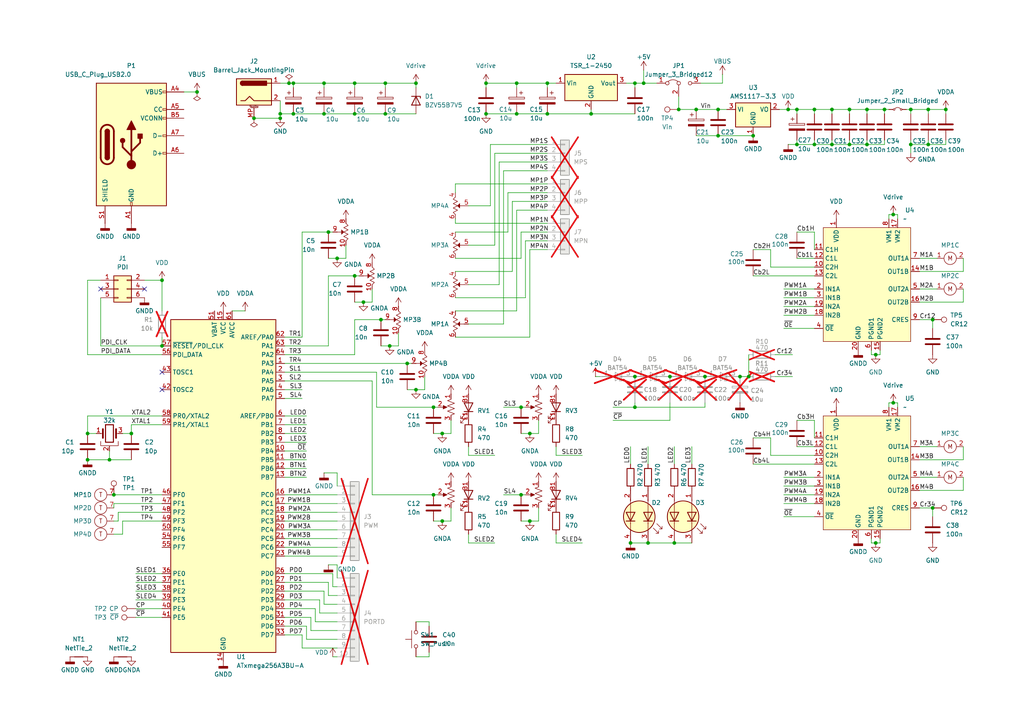
<source format=kicad_sch>
(kicad_sch (version 20250114) (generator "eeschema") (generator_version "9.0")
  (paper "A4")
  (junction (at 236.22 41.91))
  (junction (at 83.82 24.13))
  (junction (at 93.98 33.02))
  (junction (at 46.99 81.28))
  (junction (at 153.67 125.73))
  (junction (at 95.25 67.31))
  (junction (at 102.87 24.13))
  (junction (at 269.24 41.91))
  (junction (at 151.13 143.51))
  (junction (at 217.17 109.22))
  (junction (at 25.4 125.73))
  (junction (at 254 157.48))
  (junction (at 246.38 31.75))
  (junction (at 246.38 41.91))
  (junction (at 111.76 24.13))
  (junction (at 102.87 80.01))
  (junction (at 140.97 24.13))
  (junction (at 93.98 24.13))
  (junction (at 33.02 143.51))
  (junction (at 46.99 100.33))
  (junction (at 57.15 26.67))
  (junction (at 128.27 151.13))
  (junction (at 186.69 24.13))
  (junction (at 270.51 147.32))
  (junction (at 184.15 24.13))
  (junction (at 259.08 62.23))
  (junction (at 85.09 33.02))
  (junction (at 111.76 33.02))
  (junction (at 102.87 33.02))
  (junction (at 149.86 24.13))
  (junction (at 97.79 74.93))
  (junction (at 25.4 133.35))
  (junction (at 214.63 109.22))
  (junction (at 270.51 92.71))
  (junction (at 184.15 109.22))
  (junction (at 158.75 33.02))
  (junction (at 231.14 31.75))
  (junction (at 187.96 157.48))
  (junction (at 274.32 31.75))
  (junction (at 125.73 143.51))
  (junction (at 194.31 109.22))
  (junction (at 241.3 31.75))
  (junction (at 120.65 113.03))
  (junction (at 125.73 118.11))
  (junction (at 259.08 116.84))
  (junction (at 158.75 24.13))
  (junction (at 204.47 109.22))
  (junction (at 251.46 41.91))
  (junction (at 241.3 41.91))
  (junction (at 208.28 31.75))
  (junction (at 269.24 31.75))
  (junction (at 196.85 31.75))
  (junction (at 120.65 24.13))
  (junction (at 151.13 118.11))
  (junction (at 264.16 41.91))
  (junction (at 81.28 33.02))
  (junction (at 73.66 34.29))
  (junction (at 140.97 33.02))
  (junction (at 81.28 34.29))
  (junction (at 195.58 157.48))
  (junction (at 171.45 33.02))
  (junction (at 251.46 31.75))
  (junction (at 118.11 105.41))
  (junction (at 264.16 31.75))
  (junction (at 113.03 100.33))
  (junction (at 85.09 24.13))
  (junction (at 201.93 31.75))
  (junction (at 182.88 157.48))
  (junction (at 149.86 33.02))
  (junction (at 254 102.87))
  (junction (at 228.6 31.75))
  (junction (at 208.28 39.37))
  (junction (at 256.54 31.75))
  (junction (at 38.1 125.73))
  (junction (at 105.41 87.63))
  (junction (at 153.67 151.13))
  (junction (at 231.14 41.91))
  (junction (at 31.75 133.35))
  (junction (at 236.22 31.75))
  (junction (at 184.15 118.11))
  (junction (at 110.49 92.71))
  (junction (at 218.44 39.37))
  (junction (at 128.27 125.73))
  (no_connect (at 46.99 107.95))
  (no_connect (at 41.91 83.82))
  (no_connect (at 46.99 113.03))
  (no_connect (at 29.21 83.82))
  (wire (pts (xy 81.28 34.29) (xy 73.66 34.29)))
  (wire (pts (xy 123.19 113.03) (xy 123.19 109.22)))
  (wire (pts (xy 231.14 31.75) (xy 236.22 31.75)))
  (wire (pts (xy 231.14 41.91) (xy 236.22 41.91)))
  (wire (pts (xy 224.79 102.87) (xy 229.87 102.87)))
  (wire (pts (xy 149.86 33.02) (xy 158.75 33.02)))
  (wire (pts (xy 46.99 81.28) (xy 46.99 90.17)))
  (wire (pts (xy 29.21 81.28) (xy 25.4 81.28)))
  (wire (pts (xy 252.73 101.6) (xy 252.73 102.87)))
  (wire (pts (xy 25.4 102.87) (xy 46.99 102.87)))
  (wire (pts (xy 218.44 72.39) (xy 223.52 72.39)))
  (wire (pts (xy 120.65 24.13) (xy 111.76 24.13)))
  (wire (pts (xy 85.09 33.02) (xy 93.98 33.02)))
  (wire (pts (xy 241.3 31.75) (xy 246.38 31.75)))
  (wire (pts (xy 97.79 170.18) (xy 96.52 170.18)))
  (wire (pts (xy 97.79 187.96) (xy 87.63 187.96)))
  (wire (pts (xy 132.08 53.34) (xy 158.75 53.34)))
  (wire (pts (xy 208.28 31.75) (xy 210.82 31.75)))
  (wire (pts (xy 85.09 24.13) (xy 93.98 24.13)))
  (wire (pts (xy 153.67 72.39) (xy 153.67 97.79)))
  (wire (pts (xy 130.81 151.13) (xy 130.81 147.32)))
  (wire (pts (xy 246.38 40.64) (xy 246.38 41.91)))
  (wire (pts (xy 88.9 120.65) (xy 82.55 120.65)))
  (wire (pts (xy 231.14 74.93) (xy 236.22 74.93)))
  (wire (pts (xy 184.15 116.84) (xy 184.15 118.11)))
  (wire (pts (xy 266.7 92.71) (xy 270.51 92.71)))
  (wire (pts (xy 218.44 134.62) (xy 236.22 134.62)))
  (wire (pts (xy 39.37 168.91) (xy 46.99 168.91)))
  (wire (pts (xy 85.09 24.13) (xy 83.82 24.13)))
  (wire (pts (xy 186.69 20.32) (xy 186.69 24.13)))
  (wire (pts (xy 227.33 83.82) (xy 236.22 83.82)))
  (wire (pts (xy 90.17 179.07) (xy 90.17 182.88)))
  (wire (pts (xy 161.29 157.48) (xy 168.91 157.48)))
  (wire (pts (xy 227.33 95.25) (xy 236.22 95.25)))
  (wire (pts (xy 97.79 175.26) (xy 93.98 175.26)))
  (wire (pts (xy 279.4 133.35) (xy 266.7 133.35)))
  (wire (pts (xy 142.24 41.91) (xy 158.75 41.91)))
  (wire (pts (xy 88.9 133.35) (xy 82.55 133.35)))
  (wire (pts (xy 25.4 120.65) (xy 25.4 125.73)))
  (wire (pts (xy 223.52 77.47) (xy 223.52 72.39)))
  (wire (pts (xy 274.32 31.75) (xy 274.32 33.02)))
  (wire (pts (xy 231.14 129.54) (xy 236.22 129.54)))
  (wire (pts (xy 147.32 55.88) (xy 158.75 55.88)))
  (wire (pts (xy 156.21 151.13) (xy 156.21 147.32)))
  (wire (pts (xy 254 102.87) (xy 255.27 102.87)))
  (wire (pts (xy 25.4 81.28) (xy 25.4 102.87)))
  (wire (pts (xy 227.33 91.44) (xy 236.22 91.44)))
  (wire (pts (xy 88.9 181.61) (xy 88.9 185.42)))
  (wire (pts (xy 172.72 109.22) (xy 173.99 109.22)))
  (wire (pts (xy 128.27 151.13) (xy 130.81 151.13)))
  (wire (pts (xy 255.27 102.87) (xy 255.27 101.6)))
  (wire (pts (xy 148.59 78.74) (xy 132.08 78.74)))
  (wire (pts (xy 227.33 138.43) (xy 236.22 138.43)))
  (wire (pts (xy 236.22 31.75) (xy 241.3 31.75)))
  (wire (pts (xy 82.55 168.91) (xy 95.25 168.91)))
  (wire (pts (xy 259.08 116.84) (xy 260.35 116.84)))
  (wire (pts (xy 81.28 29.21) (xy 81.28 33.02)))
  (wire (pts (xy 149.86 24.13) (xy 149.86 25.4)))
  (wire (pts (xy 97.79 182.88) (xy 90.17 182.88)))
  (wire (pts (xy 224.79 109.22) (xy 229.87 109.22)))
  (wire (pts (xy 132.08 86.36) (xy 152.4 86.36)))
  (wire (pts (xy 110.49 100.33) (xy 113.03 100.33)))
  (wire (pts (xy 266.7 129.54) (xy 271.78 129.54)))
  (wire (pts (xy 130.81 125.73) (xy 130.81 121.92)))
  (wire (pts (xy 88.9 130.81) (xy 82.55 130.81)))
  (wire (pts (xy 25.4 125.73) (xy 27.94 125.73)))
  (wire (pts (xy 132.08 90.17) (xy 149.86 90.17)))
  (wire (pts (xy 236.22 41.91) (xy 241.3 41.91)))
  (wire (pts (xy 266.7 74.93) (xy 271.78 74.93)))
  (wire (pts (xy 269.24 31.75) (xy 269.24 33.02)))
  (wire (pts (xy 132.08 64.77) (xy 132.08 63.5)))
  (wire (pts (xy 231.14 67.31) (xy 236.22 67.31)))
  (wire (pts (xy 246.38 31.75) (xy 251.46 31.75)))
  (wire (pts (xy 97.79 74.93) (xy 100.33 74.93)))
  (wire (pts (xy 153.67 72.39) (xy 158.75 72.39)))
  (wire (pts (xy 107.95 83.82) (xy 107.95 87.63)))
  (wire (pts (xy 41.91 81.28) (xy 46.99 81.28)))
  (wire (pts (xy 266.7 138.43) (xy 271.78 138.43)))
  (wire (pts (xy 29.21 86.36) (xy 29.21 100.33)))
  (wire (pts (xy 132.08 55.88) (xy 132.08 53.34)))
  (wire (pts (xy 82.55 179.07) (xy 90.17 179.07)))
  (wire (pts (xy 171.45 33.02) (xy 184.15 33.02)))
  (wire (pts (xy 264.16 31.75) (xy 264.16 33.02)))
  (wire (pts (xy 120.65 24.13) (xy 120.65 25.4)))
  (wire (pts (xy 46.99 148.59) (xy 34.29 148.59)))
  (wire (pts (xy 95.25 80.01) (xy 102.87 80.01)))
  (wire (pts (xy 251.46 40.64) (xy 251.46 41.91)))
  (wire (pts (xy 264.16 41.91) (xy 264.16 44.45)))
  (wire (pts (xy 81.28 33.02) (xy 85.09 33.02)))
  (wire (pts (xy 87.63 115.57) (xy 82.55 115.57)))
  (wire (pts (xy 148.59 58.42) (xy 148.59 78.74)))
  (wire (pts (xy 156.21 125.73) (xy 156.21 121.92)))
  (wire (pts (xy 143.51 44.45) (xy 143.51 71.12)))
  (wire (pts (xy 111.76 92.71) (xy 110.49 92.71)))
  (wire (pts (xy 195.58 157.48) (xy 200.66 157.48)))
  (wire (pts (xy 46.99 97.79) (xy 46.99 100.33)))
  (wire (pts (xy 195.58 129.54) (xy 195.58 134.62)))
  (wire (pts (xy 95.25 67.31) (xy 87.63 67.31)))
  (wire (pts (xy 149.86 90.17) (xy 149.86 60.96)))
  (wire (pts (xy 125.73 125.73) (xy 128.27 125.73)))
  (wire (pts (xy 82.55 156.21) (xy 97.79 156.21)))
  (wire (pts (xy 252.73 156.21) (xy 252.73 157.48)))
  (wire (pts (xy 118.11 113.03) (xy 120.65 113.03)))
  (wire (pts (xy 209.55 21.59) (xy 209.55 24.13)))
  (wire (pts (xy 35.56 151.13) (xy 35.56 154.94)))
  (wire (pts (xy 102.87 92.71) (xy 102.87 102.87)))
  (wire (pts (xy 186.69 24.13) (xy 190.5 24.13)))
  (wire (pts (xy 82.55 181.61) (xy 88.9 181.61)))
  (wire (pts (xy 82.55 146.05) (xy 97.79 146.05)))
  (wire (pts (xy 254 157.48) (xy 255.27 157.48)))
  (wire (pts (xy 251.46 31.75) (xy 256.54 31.75)))
  (wire (pts (xy 187.96 157.48) (xy 195.58 157.48)))
  (wire (pts (xy 100.33 71.12) (xy 100.33 74.93)))
  (wire (pts (xy 33.02 146.05) (xy 33.02 147.32)))
  (wire (pts (xy 82.55 161.29) (xy 97.79 161.29)))
  (wire (pts (xy 82.55 173.99) (xy 92.71 173.99)))
  (wire (pts (xy 257.81 63.5) (xy 257.81 62.23)))
  (wire (pts (xy 256.54 31.75) (xy 256.54 33.02)))
  (wire (pts (xy 226.06 31.75) (xy 228.6 31.75)))
  (wire (pts (xy 82.55 184.15) (xy 87.63 184.15)))
  (wire (pts (xy 146.05 143.51) (xy 151.13 143.51)))
  (wire (pts (xy 82.55 153.67) (xy 97.79 153.67)))
  (wire (pts (xy 142.24 59.69) (xy 135.89 59.69)))
  (wire (pts (xy 269.24 40.64) (xy 269.24 41.91)))
  (wire (pts (xy 82.55 148.59) (xy 97.79 148.59)))
  (wire (pts (xy 223.52 132.08) (xy 236.22 132.08)))
  (wire (pts (xy 109.22 118.11) (xy 125.73 118.11)))
  (wire (pts (xy 161.29 132.08) (xy 168.91 132.08)))
  (wire (pts (xy 93.98 24.13) (xy 102.87 24.13)))
  (wire (pts (xy 161.29 24.13) (xy 158.75 24.13)))
  (wire (pts (xy 39.37 179.07) (xy 46.99 179.07)))
  (wire (pts (xy 241.3 41.91) (xy 246.38 41.91)))
  (wire (pts (xy 148.59 58.42) (xy 158.75 58.42)))
  (wire (pts (xy 279.4 129.54) (xy 279.4 133.35)))
  (wire (pts (xy 171.45 33.02) (xy 171.45 31.75)))
  (wire (pts (xy 97.79 172.72) (xy 95.25 172.72)))
  (wire (pts (xy 204.47 116.84) (xy 204.47 118.11)))
  (wire (pts (xy 82.55 97.79) (xy 87.63 97.79)))
  (wire (pts (xy 227.33 86.36) (xy 236.22 86.36)))
  (wire (pts (xy 152.4 86.36) (xy 152.4 69.85)))
  (wire (pts (xy 231.14 41.91) (xy 231.14 40.64)))
  (wire (pts (xy 53.34 26.67) (xy 57.15 26.67)))
  (wire (pts (xy 151.13 143.51) (xy 152.4 143.51)))
  (wire (pts (xy 92.71 173.99) (xy 92.71 177.8)))
  (wire (pts (xy 135.89 132.08) (xy 143.51 132.08)))
  (wire (pts (xy 149.86 24.13) (xy 140.97 24.13)))
  (wire (pts (xy 147.32 67.31) (xy 147.32 55.88)))
  (wire (pts (xy 184.15 118.11) (xy 204.47 118.11)))
  (wire (pts (xy 218.44 127) (xy 223.52 127)))
  (wire (pts (xy 158.75 67.31) (xy 151.13 67.31)))
  (wire (pts (xy 87.63 67.31) (xy 87.63 97.79)))
  (wire (pts (xy 274.32 40.64) (xy 274.32 41.91)))
  (wire (pts (xy 46.99 120.65) (xy 25.4 120.65)))
  (wire (pts (xy 227.33 146.05) (xy 236.22 146.05)))
  (wire (pts (xy 241.3 40.64) (xy 241.3 41.91)))
  (wire (pts (xy 140.97 33.02) (xy 149.86 33.02)))
  (wire (pts (xy 144.78 82.55) (xy 135.89 82.55)))
  (wire (pts (xy 31.75 133.35) (xy 38.1 133.35)))
  (wire (pts (xy 196.85 31.75) (xy 196.85 27.94)))
  (wire (pts (xy 158.75 24.13) (xy 149.86 24.13)))
  (wire (pts (xy 125.73 118.11) (xy 127 118.11)))
  (wire (pts (xy 279.4 78.74) (xy 266.7 78.74)))
  (wire (pts (xy 85.09 24.13) (xy 85.09 25.4)))
  (wire (pts (xy 71.12 90.17) (xy 67.31 90.17)))
  (wire (pts (xy 194.31 116.84) (xy 194.31 121.92)))
  (wire (pts (xy 118.11 105.41) (xy 119.38 105.41)))
  (wire (pts (xy 182.88 129.54) (xy 182.88 134.62)))
  (wire (pts (xy 97.79 180.34) (xy 91.44 180.34)))
  (wire (pts (xy 34.29 151.13) (xy 33.02 151.13)))
  (wire (pts (xy 102.87 80.01) (xy 104.14 80.01)))
  (wire (pts (xy 46.99 146.05) (xy 33.02 146.05)))
  (wire (pts (xy 135.89 157.48) (xy 143.51 157.48)))
  (wire (pts (xy 102.87 33.02) (xy 111.76 33.02)))
  (wire (pts (xy 236.22 40.64) (xy 236.22 41.91)))
  (wire (pts (xy 231.14 33.02) (xy 231.14 31.75)))
  (wire (pts (xy 91.44 176.53) (xy 91.44 180.34)))
  (wire (pts (xy 264.16 41.91) (xy 269.24 41.91)))
  (wire (pts (xy 158.75 46.99) (xy 144.78 46.99)))
  (wire (pts (xy 29.21 100.33) (xy 46.99 100.33)))
  (wire (pts (xy 269.24 31.75) (xy 264.16 31.75)))
  (wire (pts (xy 279.4 87.63) (xy 266.7 87.63)))
  (wire (pts (xy 266.7 147.32) (xy 270.51 147.32)))
  (wire (pts (xy 236.22 31.75) (xy 236.22 33.02)))
  (wire (pts (xy 144.78 46.99) (xy 144.78 82.55)))
  (wire (pts (xy 260.35 116.84) (xy 260.35 118.11)))
  (wire (pts (xy 149.86 60.96) (xy 158.75 60.96)))
  (wire (pts (xy 187.96 129.54) (xy 187.96 134.62)))
  (wire (pts (xy 111.76 24.13) (xy 102.87 24.13)))
  (wire (pts (xy 111.76 33.02) (xy 120.65 33.02)))
  (wire (pts (xy 218.44 80.01) (xy 236.22 80.01)))
  (wire (pts (xy 252.73 102.87) (xy 254 102.87)))
  (wire (pts (xy 109.22 107.95) (xy 109.22 118.11)))
  (wire (pts (xy 96.52 190.5) (xy 97.79 190.5)))
  (wire (pts (xy 151.13 118.11) (xy 152.4 118.11)))
  (wire (pts (xy 209.55 24.13) (xy 203.2 24.13)))
  (wire (pts (xy 46.99 151.13) (xy 35.56 151.13)))
  (wire (pts (xy 135.89 129.54) (xy 135.89 132.08)))
  (wire (pts (xy 97.79 177.8) (xy 92.71 177.8)))
  (wire (pts (xy 88.9 135.89) (xy 82.55 135.89)))
  (wire (pts (xy 111.76 25.4) (xy 111.76 24.13)))
  (wire (pts (xy 177.8 118.11) (xy 184.15 118.11)))
  (wire (pts (xy 251.46 41.91) (xy 256.54 41.91)))
  (wire (pts (xy 93.98 24.13) (xy 93.98 25.4)))
  (wire (pts (xy 161.29 129.54) (xy 161.29 132.08)))
  (wire (pts (xy 152.4 69.85) (xy 158.75 69.85)))
  (wire (pts (xy 266.7 83.82) (xy 271.78 83.82)))
  (wire (pts (xy 97.79 185.42) (xy 88.9 185.42)))
  (wire (pts (xy 252.73 157.48) (xy 254 157.48)))
  (wire (pts (xy 223.52 132.08) (xy 223.52 127)))
  (wire (pts (xy 82.55 151.13) (xy 97.79 151.13)))
  (wire (pts (xy 146.05 49.53) (xy 158.75 49.53)))
  (wire (pts (xy 39.37 173.99) (xy 46.99 173.99)))
  (wire (pts (xy 279.4 83.82) (xy 279.4 87.63)))
  (wire (pts (xy 95.25 74.93) (xy 97.79 74.93)))
  (wire (pts (xy 82.55 100.33) (xy 95.25 100.33)))
  (wire (pts (xy 158.75 64.77) (xy 132.08 64.77)))
  (wire (pts (xy 151.13 74.93) (xy 132.08 74.93)))
  (wire (pts (xy 264.16 31.75) (xy 262.89 31.75)))
  (wire (pts (xy 25.4 133.35) (xy 31.75 133.35)))
  (wire (pts (xy 184.15 24.13) (xy 181.61 24.13)))
  (wire (pts (xy 38.1 123.19) (xy 38.1 125.73)))
  (wire (pts (xy 83.82 24.13) (xy 81.28 24.13)))
  (wire (pts (xy 105.41 87.63) (xy 107.95 87.63)))
  (wire (pts (xy 151.13 125.73) (xy 153.67 125.73)))
  (wire (pts (xy 228.6 31.75) (xy 231.14 31.75)))
  (wire (pts (xy 87.63 113.03) (xy 82.55 113.03)))
  (wire (pts (xy 279.4 138.43) (xy 279.4 142.24)))
  (wire (pts (xy 39.37 171.45) (xy 46.99 171.45)))
  (wire (pts (xy 151.13 67.31) (xy 151.13 74.93)))
  (wire (pts (xy 146.05 118.11) (xy 151.13 118.11)))
  (wire (pts (xy 128.27 125.73) (xy 130.81 125.73)))
  (wire (pts (xy 200.66 129.54) (xy 200.66 134.62)))
  (wire (pts (xy 223.52 77.47) (xy 236.22 77.47)))
  (wire (pts (xy 82.55 143.51) (xy 97.79 143.51)))
  (wire (pts (xy 125.73 151.13) (xy 128.27 151.13)))
  (wire (pts (xy 82.55 107.95) (xy 109.22 107.95)))
  (wire (pts (xy 241.3 31.75) (xy 241.3 33.02)))
  (wire (pts (xy 125.73 143.51) (xy 127 143.51)))
  (wire (pts (xy 97.79 140.97) (xy 97.79 137.16)))
  (wire (pts (xy 93.98 33.02) (xy 102.87 33.02)))
  (wire (pts (xy 82.55 105.41) (xy 118.11 105.41)))
  (wire (pts (xy 257.81 116.84) (xy 259.08 116.84)))
  (wire (pts (xy 34.29 148.59) (xy 34.29 151.13)))
  (wire (pts (xy 227.33 140.97) (xy 236.22 140.97)))
  (wire (pts (xy 96.52 170.18) (xy 96.52 166.37)))
  (wire (pts (xy 153.67 151.13) (xy 156.21 151.13)))
  (wire (pts (xy 257.81 62.23) (xy 259.08 62.23)))
  (wire (pts (xy 115.57 96.52) (xy 115.57 100.33)))
  (wire (pts (xy 140.97 24.13) (xy 140.97 25.4)))
  (wire (pts (xy 124.46 180.34) (xy 120.65 180.34)))
  (wire (pts (xy 153.67 125.73) (xy 156.21 125.73)))
  (wire (pts (xy 228.6 41.91) (xy 231.14 41.91)))
  (wire (pts (xy 153.67 97.79) (xy 132.08 97.79)))
  (wire (pts (xy 259.08 62.23) (xy 260.35 62.23)))
  (wire (pts (xy 158.75 24.13) (xy 158.75 25.4)))
  (wire (pts (xy 269.24 41.91) (xy 274.32 41.91)))
  (wire (pts (xy 102.87 87.63) (xy 105.41 87.63)))
  (wire (pts (xy 110.49 92.71) (xy 102.87 92.71)))
  (wire (pts (xy 124.46 189.23) (xy 124.46 190.5)))
  (wire (pts (xy 236.22 72.39) (xy 236.22 67.31)))
  (wire (pts (xy 31.75 130.81) (xy 31.75 133.35)))
  (wire (pts (xy 236.22 127) (xy 236.22 121.92)))
  (wire (pts (xy 88.9 138.43) (xy 82.55 138.43)))
  (wire (pts (xy 274.32 31.75) (xy 269.24 31.75)))
  (wire (pts (xy 246.38 31.75) (xy 246.38 33.02)))
  (wire (pts (xy 88.9 123.19) (xy 82.55 123.19)))
  (wire (pts (xy 255.27 157.48) (xy 255.27 156.21)))
  (wire (pts (xy 102.87 24.13) (xy 102.87 25.4)))
  (wire (pts (xy 143.51 71.12) (xy 135.89 71.12)))
  (wire (pts (xy 251.46 31.75) (xy 251.46 33.02)))
  (wire (pts (xy 246.38 41.91) (xy 251.46 41.91)))
  (wire (pts (xy 201.93 39.37) (xy 208.28 39.37)))
  (wire (pts (xy 96.52 67.31) (xy 95.25 67.31)))
  (wire (pts (xy 81.28 33.02) (xy 81.28 34.29)))
  (wire (pts (xy 33.02 143.51) (xy 46.99 143.51)))
  (wire (pts (xy 217.17 102.87) (xy 217.17 109.22)))
  (wire (pts (xy 82.55 166.37) (xy 96.52 166.37)))
  (wire (pts (xy 135.89 154.94) (xy 135.89 157.48)))
  (wire (pts (xy 93.98 175.26) (xy 93.98 171.45)))
  (wire (pts (xy 279.4 142.24) (xy 266.7 142.24)))
  (wire (pts (xy 161.29 154.94) (xy 161.29 157.48)))
  (wire (pts (xy 82.55 176.53) (xy 91.44 176.53)))
  (wire (pts (xy 279.4 74.93) (xy 279.4 78.74)))
  (wire (pts (xy 35.56 154.94) (xy 33.02 154.94)))
  (wire (pts (xy 184.15 24.13) (xy 186.69 24.13)))
  (wire (pts (xy 227.33 88.9) (xy 236.22 88.9)))
  (wire (pts (xy 82.55 158.75) (xy 97.79 158.75)))
  (wire (pts (xy 196.85 31.75) (xy 201.93 31.75)))
  (wire (pts (xy 39.37 166.37) (xy 46.99 166.37)))
  (wire (pts (xy 39.37 176.53) (xy 46.99 176.53)))
  (wire (pts (xy 231.14 121.92) (xy 236.22 121.92)))
  (wire (pts (xy 146.05 49.53) (xy 146.05 93.98)))
  (wire (pts (xy 264.16 40.64) (xy 264.16 41.91)))
  (wire (pts (xy 184.15 24.13) (xy 184.15 25.4)))
  (wire (pts (xy 35.56 125.73) (xy 38.1 125.73)))
  (wire (pts (xy 158.75 44.45) (xy 143.51 44.45)))
  (wire (pts (xy 82.55 102.87) (xy 102.87 102.87)))
  (wire (pts (xy 257.81 118.11) (xy 257.81 116.84)))
  (wire (pts (xy 151.13 151.13) (xy 153.67 151.13)))
  (wire (pts (xy 270.51 147.32) (xy 270.51 149.86)))
  (wire (pts (xy 208.28 39.37) (xy 218.44 39.37)))
  (wire (pts (xy 88.9 125.73) (xy 82.55 125.73)))
  (wire (pts (xy 142.24 41.91) (xy 142.24 59.69)))
  (wire (pts (xy 97.79 137.16) (xy 93.98 137.16)))
  (wire (pts (xy 132.08 67.31) (xy 147.32 67.31)))
  (wire (pts (xy 97.79 167.64) (xy 97.79 163.83)))
  (wire (pts (xy 88.9 128.27) (xy 82.55 128.27)))
  (wire (pts (xy 158.75 33.02) (xy 171.45 33.02)))
  (wire (pts (xy 177.8 121.92) (xy 194.31 121.92)))
  (wire (pts (xy 124.46 190.5) (xy 120.65 190.5)))
  (wire (pts (xy 46.99 123.19) (xy 38.1 123.19)))
  (wire (pts (xy 82.55 110.49) (xy 107.95 110.49)))
  (wire (pts (xy 256.54 31.75) (xy 257.81 31.75)))
  (wire (pts (xy 95.25 172.72) (xy 95.25 168.91)))
  (wire (pts (xy 201.93 31.75) (xy 208.28 31.75)))
  (wire (pts (xy 214.63 109.22) (xy 217.17 109.22)))
  (wire (pts (xy 256.54 40.64) (xy 256.54 41.91)))
  (wire (pts (xy 146.05 93.98) (xy 135.89 93.98)))
  (wire (pts (xy 107.95 143.51) (xy 125.73 143.51)))
  (wire (pts (xy 227.33 149.86) (xy 236.22 149.86)))
  (wire (pts (xy 107.95 110.49) (xy 107.95 143.51)))
  (wire (pts (xy 227.33 143.51) (xy 236.22 143.51)))
  (wire (pts (xy 120.65 113.03) (xy 123.19 113.03)))
  (wire (pts (xy 95.25 80.01) (xy 95.25 100.33)))
  (wire (pts (xy 124.46 181.61) (xy 124.46 180.34)))
  (wire (pts (xy 260.35 62.23) (xy 260.35 63.5)))
  (wire (pts (xy 270.51 92.71) (xy 270.51 95.25)))
  (wire (pts (xy 182.88 157.48) (xy 187.96 157.48)))
  (wire (pts (xy 82.55 171.45) (xy 93.98 171.45)))
  (wire (pts (xy 115.57 100.33) (xy 113.03 100.33)))
  (wire (pts (xy 97.79 163.83) (xy 95.25 163.83)))
  (wire (pts (xy 87.63 184.15) (xy 87.63 187.96)))
  (label "PWM4A" (at 227.33 143.51 0))
  (label "MP4N" (at 153.67 72.39 0))
  (label "PWM4A" (at 90.17 158.75 180))
  (label "Cb4H" (at 218.44 127 0))
  (label "SLED4" (at 168.91 157.48 180))
  (label "TR1" (at 83.82 97.79 0))
  (label "MP1N" (at 153.67 64.77 0))
  (label "Cb1L" (at 231.14 74.93 0))
  (label "XTAL1" (at 38.1 123.19 0))
  (label "Cb2H" (at 218.44 72.39 0))
  (label "PD2" (at 83.82 171.45 0))
  (label "~{OE}" (at 88.9 130.81 180))
  (label "MP4S" (at 153.67 49.53 0))
  (label "TP3" (at 44.45 148.59 180))
  (label "PWM2A" (at 227.33 88.9 0))
  (label "TR3" (at 83.82 102.87 0))
  (label "PWM3A" (at 90.17 153.67 180))
  (label "LED1" (at 187.96 129.54 270))
  (label "MP1P" (at 153.67 53.34 0))
  (label "MP2N" (at 153.67 67.31 0))
  (label "M1A" (at 266.7 74.93 0))
  (label "CP" (at 39.37 176.53 0))
  (label "TR2" (at 83.82 100.33 0))
  (label "~{CP}" (at 39.37 179.07 0))
  (label "M3A" (at 266.7 129.54 0))
  (label "Vin" (at 203.2 31.75 0))
  (label "MP3N" (at 153.67 69.85 0))
  (label "Cr12" (at 229.87 102.87 180))
  (label "~{CP}" (at 177.8 121.92 0))
  (label "BTN0" (at 88.9 133.35 180))
  (label "LED2" (at 88.9 125.73 180))
  (label "SLED3" (at 168.91 132.08 180))
  (label "~{OE}" (at 227.33 149.86 0))
  (label "LED1" (at 88.9 123.19 180))
  (label "Cb1H" (at 231.14 67.31 0))
  (label "SLED1" (at 143.51 132.08 180))
  (label "PWM1A" (at 227.33 83.82 0))
  (label "M4A" (at 266.7 138.43 0))
  (label "SLED1" (at 39.37 166.37 0))
  (label "TR4" (at 83.82 105.41 0))
  (label "LED3" (at 200.66 129.54 270))
  (label "SL1" (at 83.82 107.95 0))
  (label "PD7" (at 83.82 184.15 0))
  (label "LED3" (at 88.9 128.27 180))
  (label "Cr34" (at 266.7 147.32 0))
  (label "SLED2" (at 143.51 157.48 180))
  (label "Cr34" (at 229.87 109.22 180))
  (label "SL2" (at 83.82 110.49 0))
  (label "PWM1A" (at 90.17 143.51 180))
  (label "PWM3B" (at 227.33 140.97 0))
  (label "MP2P" (at 153.67 55.88 0))
  (label "PWM3B" (at 90.17 156.21 180))
  (label "Cb2L" (at 218.44 80.01 0))
  (label "PWM1B" (at 227.33 86.36 0))
  (label "SL4" (at 146.05 143.51 0))
  (label "SLED3" (at 39.37 171.45 0))
  (label "Cb3L" (at 231.14 129.54 0))
  (label "SL3" (at 146.05 118.11 0))
  (label "Cb4L" (at 218.44 134.62 0))
  (label "PWM3A" (at 227.33 138.43 0))
  (label "M3B" (at 266.7 133.35 0))
  (label "~{OE}" (at 227.33 95.25 0))
  (label "PWM1B" (at 90.17 146.05 180))
  (label "PD1" (at 83.82 168.91 0))
  (label "MP1S" (at 153.67 41.91 0))
  (label "XTAL2" (at 38.1 120.65 0))
  (label "PWM2A" (at 90.17 148.59 180))
  (label "MP3S" (at 153.67 46.99 0))
  (label "TP1" (at 44.45 143.51 180))
  (label "PDI_CLK" (at 29.21 100.33 0))
  (label "PD6" (at 83.82 181.61 0))
  (label "SLED2" (at 39.37 168.91 0))
  (label "CP" (at 177.8 118.11 0))
  (label "BTN1" (at 88.9 135.89 180))
  (label "MP2S" (at 153.67 44.45 0))
  (label "PD5" (at 83.82 179.07 0))
  (label "PWM2B" (at 90.17 151.13 180))
  (label "PWM4B" (at 90.17 161.29 180))
  (label "MP3P" (at 153.67 58.42 0))
  (label "PWM4B" (at 227.33 146.05 0))
  (label "LED0" (at 182.88 129.54 270))
  (label "Cb3H" (at 231.14 121.92 0))
  (label "PD3" (at 83.82 173.99 0))
  (label "TP4" (at 44.45 151.13 180))
  (label "SLED4" (at 39.37 173.99 0))
  (label "SL4" (at 87.63 115.57 180))
  (label "PWM2B" (at 227.33 91.44 0))
  (label "PD4" (at 83.82 176.53 0))
  (label "PDI_DATA" (at 29.21 102.87 0))
  (label "BTN2" (at 88.9 138.43 180))
  (label "TP2" (at 44.45 146.05 180))
  (label "M2A" (at 266.7 83.82 0))
  (label "PD0" (at 83.82 166.37 0))
  (label "LED2" (at 195.58 129.54 270))
  (label "M1B" (at 266.7 78.74 0))
  (label "SL3" (at 87.63 113.03 180))
  (label "M4B" (at 266.7 142.24 0))
  (label "MP4P" (at 153.67 60.96 0))
  (label "Cr12" (at 266.7 92.71 0))
  (label "LED0" (at 88.9 120.65 180))
  (label "M2B" (at 266.7 87.63 0))
  (symbol (lib_id "power:VDD") (at 96.52 190.5 0) (unit 1)
    (property "Reference" "#PWR017" (effects (hide yes)))
    (property "Value" "VDD" (at 95.25 189.23 0) (effects (justify right)))
    (property "Description" "Power symbol creates a global label with name \"VDD\"" (effects (hide yes)))
  )
  (symbol (lib_id "_MYLIBRARY:PSM01081A103B2") (at 132.08 93.98 0) (mirror x) (unit 1)
    (property "Reference" "MP1" (at 130.175 93.9799 0) (effects (justify right)))
    (property "Value" "PSM01082A103B2" (effects (hide yes)))
    (property "Footprint" "Connector_PinSocket_2.54mm:PinSocket_1x09_P2.54mm_Vertical" (effects (hide yes)))
    (property "Description" "Dual motorized potentiometer with touch" (effects (hide yes)))
  )
  (symbol (lib_id "Device:LED_Dual_AAKK") (at 198.12 149.86 270) (unit 1)
    (property "Reference" "D3" (at 201.676 145.796 90) (effects (justify left)))
    (property "Value" "LED_Dual_AAKK" (effects (hide yes)))
    (property "Description" "Dual LED, cathodes on pins 3 and 4" (effects (hide yes)))
  )
  (symbol (lib_id "power:+5V") (at 172.72 109.22 0) (unit 1)
    (property "Reference" "#PWR039" (effects (hide yes)))
    (property "Value" "+5V" (at 172.72 105.41 0))
    (property "Description" "Power symbol creates a global label with name \"+5V\"" (effects (hide yes)))
  )
  (symbol (lib_id "Device:C") (at 208.28 35.56 0) (unit 1)
    (property "Reference" "C23" (at 209.042 38.354 0) (effects (justify left)))
    (property "Value" "100n" (at 209.042 40.894 0) (effects (justify left)))
    (property "Footprint" "Capacitor_SMD:C_0603_1608Metric_Pad1.08x0.95mm_HandSolder" (effects (hide yes)))
    (property "Description" "Unpolarized capacitor" (effects (hide yes)))
  )
  (symbol (lib_id "Connector:TestPoint") (at 39.37 179.07 90) (unit 1)
    (property "Reference" "TP3" (at 30.988 179.07 90) (effects (justify left)))
    (property "Value" "~{CP}" (at 34.544 179.07 90) (effects (justify left)))
    (property "Footprint" "TestPoint:TestPoint_Pad_D1.0mm" (effects (hide yes)))
    (property "Description" "test point" (effects (hide yes)))
  )
  (symbol (lib_id "power:GND") (at 254 102.87 0) (unit 1)
    (property "Reference" "#PWR053" (effects (hide yes)))
    (property "Value" "GND" (at 254 107.95 0))
    (property "Description" "Power symbol creates a global label with name \"GND\" , ground" (effects (hide yes)))
  )
  (symbol (lib_id "Device:R") (at 182.88 138.43 0) (unit 1)
    (property "Reference" "R2" (at 185.674 141.224 90) (effects (justify left)))
    (property "Value" "470" (at 185.674 138.176 90) (effects (justify left)))
    (property "Footprint" "Resistor_SMD:R_0603_1608Metric_Pad0.98x0.95mm_HandSolder" (effects (hide yes)))
    (property "Description" "Resistor" (effects (hide yes)))
  )
  (symbol (lib_id "_MYLIBRARY:PSM01081A103B2") (at 29.21 147.32 0) (mirror x) (unit 4)
    (property "Reference" "MP2" (at 26.67 147.3199 0) (effects (justify right)))
    (property "Value" "PSM01082A103B2" (effects (hide yes)))
    (property "Footprint" "Connector_PinSocket_2.54mm:PinSocket_1x09_P2.54mm_Vertical" (effects (hide yes)))
    (property "Description" "Dual motorized potentiometer with touch" (effects (hide yes)))
  )
  (symbol (lib_id "_MYLIBRARY:PSM01081A103B2") (at 132.08 82.55 0) (mirror x) (unit 1)
    (property "Reference" "MP2" (at 130.175 82.5499 0) (effects (justify right)))
    (property "Value" "PSM01082A103B2" (effects (hide yes)))
    (property "Footprint" "Connector_PinSocket_2.54mm:PinSocket_1x09_P2.54mm_Vertical" (effects (hide yes)))
    (property "Description" "Dual motorized potentiometer with touch" (effects (hide yes)))
  )
  (symbol (lib_id "_MYLIBRARY:PSM01081A103B2") (at 107.95 80.01 0) (mirror y) (unit 2)
    (property "Reference" "MP2" (at 109.22 80.0099 0) (effects (justify right)))
    (property "Value" "PSM01082A103B2" (effects (hide yes)))
    (property "Footprint" "Connector_PinSocket_2.54mm:PinSocket_1x09_P2.54mm_Vertical" (effects (hide yes)))
    (property "Description" "Dual motorized potentiometer with touch" (effects (hide yes)))
  )
  (symbol (lib_id "_MYLIBRARY:PSM01081A103B2") (at 275.59 83.82 0) (unit 3)
    (property "Reference" "MP2" (at 275.59 80.01 0))
    (property "Value" "PSM01082A103B2" (effects (hide yes)))
    (property "Footprint" "Connector_PinSocket_2.54mm:PinSocket_1x09_P2.54mm_Vertical" (effects (hide yes)))
    (property "Description" "Dual motorized potentiometer with touch" (effects (hide yes)))
  )
  (symbol (lib_name "BAT54_1") (lib_id "_MYLIBRARY:BAT54") (at 209.55 109.22 0) (unit 1) (dnp yes)
    (property "Reference" "D7" (at 209.55 104.14 0))
    (property "Value" "BAT54" (at 209.55 106.68 0))
    (property "Footprint" "Package_TO_SOT_SMD:SOT-323_SC-70" (effects (hide yes)))
    (property "Datasheet" "https://assets.nexperia.com/documents/data-sheet/BAT54W_SER.pdf" (effects (hide yes)))
    (property "Description" "Dual schottky barrier diode, common anode, SOT-323" (effects (hide yes)))
  )
  (symbol (lib_name "BAT54_1") (lib_id "_MYLIBRARY:BAT54") (at 189.23 109.22 0) (unit 1) (dnp yes)
    (property "Reference" "D5" (at 189.23 104.14 0))
    (property "Value" "BAT54" (at 189.23 106.68 0))
    (property "Footprint" "Package_TO_SOT_SMD:SOT-323_SC-70" (effects (hide yes)))
    (property "Datasheet" "https://assets.nexperia.com/documents/data-sheet/BAT54W_SER.pdf" (effects (hide yes)))
    (property "Description" "Dual schottky barrier diode, common anode, SOT-323" (effects (hide yes)))
  )
  (symbol (lib_id "Jumper:Jumper_2_Small_Bridged") (at 260.35 31.75 0) (unit 1)
    (property "Reference" "JP2" (at 260.35 26.67 0))
    (property "Value" "Jumper_2_Small_Bridged" (at 260.35 29.21 0))
    (property "Footprint" "Jumper:SolderJumper-2_P1.3mm_Bridged_RoundedPad1.0x1.5mm" (effects (hide yes)))
    (property "Description" "Jumper, 2-pole, small symbol, bridged" (effects (hide yes)))
  )
  (symbol (lib_id "power:GNDD") (at 20.32 190.5 0) (unit 1)
    (property "Reference" "#PWR01" (effects (hide yes)))
    (property "Value" "GNDD" (at 20.32 194.31 0))
    (property "Description" "Power symbol creates a global label with name \"GNDD\" , digital ground" (effects (hide yes)))
  )
  (symbol (lib_id "power:GNDD") (at 228.6 41.91 0) (unit 1)
    (property "Reference" "#PWR048" (effects (hide yes)))
    (property "Value" "GNDD" (at 228.6 45.72 0))
    (property "Description" "Power symbol creates a global label with name \"GNDD\" , digital ground" (effects (hide yes)))
  )
  (symbol (lib_id "Device:C") (at 38.1 129.54 0) (unit 1)
    (property "Reference" "C2" (at 41.91 128.2699 0) (effects (justify left)))
    (property "Value" "10p" (at 41.91 130.8099 0) (effects (justify left)))
    (property "Footprint" "Capacitor_SMD:C_0603_1608Metric_Pad1.08x0.95mm_HandSolder" (effects (hide yes)))
    (property "Description" "Unpolarized capacitor" (effects (hide yes)))
  )
  (symbol (lib_id "Switch:SW_Push") (at 120.65 185.42 90) (unit 1)
    (property "Reference" "SW1" (at 121.92 184.1499 90) (effects (justify right)))
    (property "Value" "SW_Push" (at 121.92 186.6899 90) (effects (justify right)))
    (property "Description" "Push button switch, generic, two pins" (effects (hide yes)))
  )
  (symbol (lib_id "Device:R") (at 187.96 138.43 0) (unit 1)
    (property "Reference" "R3" (at 190.754 141.224 90) (effects (justify left)))
    (property "Value" "470" (at 190.754 138.176 90) (effects (justify left)))
    (property "Footprint" "Resistor_SMD:R_0603_1608Metric_Pad0.98x0.95mm_HandSolder" (effects (hide yes)))
    (property "Description" "Resistor" (effects (hide yes)))
  )
  (symbol (lib_id "power:PWR_FLAG") (at 73.66 34.29 180) (unit 1) (in_bom no) (on_board no)
    (property "Reference" "#FLG02" (effects (hide yes)))
    (property "Value" "PWR_FLAG" (effects (hide yes)))
    (property "Description" "Special symbol for telling ERC where power comes from" (effects (hide yes)))
  )
  (symbol (lib_id "power:+5V") (at 186.69 20.32 0) (unit 1)
    (property "Reference" "#PWR040" (effects (hide yes)))
    (property "Value" "+5V" (at 186.69 16.51 0))
    (property "Description" "Power symbol creates a global label with name \"+5V\"" (effects (hide yes)))
  )
  (symbol (lib_id "power:VDD") (at 242.57 63.5 0) (unit 1)
    (property "Reference" "#PWR049" (effects (hide yes)))
    (property "Value" "VDD" (at 242.57 58.42 0))
    (property "Description" "Power symbol creates a global label with name \"VDD\"" (effects (hide yes)))
  )
  (symbol (lib_id "Jumper:Jumper_3_Bridged12") (at 196.85 24.13 0) (unit 1) (in_bom no)
    (property "Reference" "JP1" (at 196.85 19.05 0))
    (property "Value" "Jumper_3_Bridged12" (at 196.85 21.59 0))
    (property "Footprint" "Jumper:SolderJumper-3_P1.3mm_Bridged12_RoundedPad1.0x1.5mm" (effects (hide yes)))
    (property "Description" "Jumper, 3-pole, pins 1+2 closed/bridged" (effects (hide yes)))
  )
  (symbol (lib_id "Connector_Generic:Conn_02x03_Odd_Even") (at 34.29 83.82 0) (unit 1)
    (property "Reference" "J1" (at 35.56 74.93 0))
    (property "Value" "PDI" (at 35.56 77.47 0))
    (property "Footprint" "Connector_IDC:IDC-Header_2x03_P2.54mm_Vertical" (effects (hide yes)))
    (property "Description" "Generic connector, double row, 02x03, odd/even pin numbering scheme (row 1 odd numbers, row 2 even numbers), script generated (kicad-library-utils/schlib/autogen/connector/)" (effects (hide yes)))
  )
  (symbol (lib_id "_MYLIBRARY:PSM01081A103B2") (at 132.08 71.12 0) (mirror x) (unit 1)
    (property "Reference" "MP3" (at 130.175 71.1199 0) (effects (justify right)))
    (property "Value" "PSM01082A103B2" (effects (hide yes)))
    (property "Footprint" "Connector_PinSocket_2.54mm:PinSocket_1x09_P2.54mm_Vertical" (effects (hide yes)))
    (property "Description" "Dual motorized potentiometer with touch" (effects (hide yes)))
  )
  (symbol (lib_id "power:GNDD") (at 30.48 64.77 0) (unit 1)
    (property "Reference" "#PWR04" (effects (hide yes)))
    (property "Value" "GNDD" (at 30.48 68.58 0))
    (property "Description" "Power symbol creates a global label with name \"GNDD\" , digital ground" (effects (hide yes)))
  )
  (symbol (lib_id "Device:C_Polarized") (at 85.09 29.21 0) (unit 1)
    (property "Reference" "C3" (at 85.598 32.004 0) (effects (justify left)))
    (property "Value" "10u" (at 85.598 34.544 0) (effects (justify left)))
    (property "Footprint" "Capacitor_SMD:C_0805_2012Metric_Pad1.18x1.45mm_HandSolder" (effects (hide yes)))
    (property "Description" "Polarized capacitor" (effects (hide yes)))
  )
  (symbol (lib_id "Connector:TestPoint") (at 33.02 143.51 0) (unit 1)
    (property "Reference" "TP1" (at 35.56 138.9379 0) (effects (justify left)))
    (property "Value" "TP1" (at 35.56 141.4779 0) (effects (justify left)))
    (property "Footprint" "TestPoint:TestPoint_Pad_D1.0mm" (effects (hide yes)))
    (property "Description" "test point" (effects (hide yes)))
  )
  (symbol (lib_id "Device:NetTie_2") (at 22.86 190.5 0) (unit 1) (in_bom no)
    (property "Reference" "NT1" (at 22.86 185.42 0))
    (property "Value" "NetTie_2" (at 22.86 187.96 0))
    (property "Footprint" "NetTie:NetTie-2_SMD_Pad0.5mm" (effects (hide yes)))
    (property "Description" "Net tie, 2 pins" (effects (hide yes)))
  )
  (symbol (lib_id "Device:C") (at 95.25 71.12 0) (unit 1)
    (property "Reference" "C5" (at 91.44 69.8499 0) (effects (justify right)))
    (property "Value" "10n" (at 91.44 72.3899 0) (effects (justify right)))
    (property "Footprint" "Capacitor_SMD:C_0603_1608Metric_Pad1.08x0.95mm_HandSolder" (effects (hide yes)))
    (property "Description" "Unpolarized capacitor" (effects (hide yes)))
  )
  (symbol (lib_id "_MYLIBRARY:PTL30-10R0-103B2") (at 133.35 118.11 0) (mirror y) (unit 1)
    (property "Reference" "RV1" (at 138.43 119.1259 0) (effects (justify right)))
    (property "Value" "PTL30-10R0-103B2" (effects (hide yes)))
    (property "Footprint" "PTL6015G0103B2_SlidePotLED" (effects (hide yes)))
    (property "Description" "Slide potentiometer with LED" (effects (hide yes)))
  )
  (symbol (lib_id "power:Vdrive") (at 140.97 24.13 0) (unit 1)
    (property "Reference" "#PWR034" (effects (hide yes)))
    (property "Value" "Vdrive" (at 140.97 19.05 0))
    (property "Description" "Power symbol creates a global label with name \"Vdrive\"" (effects (hide yes)))
  )
  (symbol (lib_name "BAT54_1") (lib_id "_MYLIBRARY:BAT54") (at 179.07 109.22 0) (unit 1) (dnp yes)
    (property "Reference" "D4" (at 179.07 104.14 0))
    (property "Value" "BAT54" (at 179.07 106.68 0))
    (property "Footprint" "Package_TO_SOT_SMD:SOT-323_SC-70" (effects (hide yes)))
    (property "Datasheet" "https://assets.nexperia.com/documents/data-sheet/BAT54W_SER.pdf" (effects (hide yes)))
    (property "Description" "Dual schottky barrier diode, common anode, SOT-323" (effects (hide yes)))
  )
  (symbol (lib_id "_MYLIBRARY:MPC17529") (at 251.46 135.89 0) (unit 1)
    (property "Reference" "U5" (at 262.4933 115.57 0) (effects (justify left)))
    (property "Value" "~" (at 262.4933 118.11 0))
    (property "Footprint" "HTSSOP-20-1EP_4.4x6.5mm_P0.65mm_EP3.4x6.5mm" (effects (hide yes)))
    (property "Description" "0.7A 7V Dual HBridge motor driver" (effects (hide yes)))
  )
  (symbol (lib_id "Device:C") (at 231.14 125.73 0) (unit 1)
    (property "Reference" "C29" (at 228.6 123.19 0) (effects (justify right)))
    (property "Value" "100n" (at 223.774 125.476 0) (effects (justify left)))
    (property "Footprint" "Capacitor_SMD:C_0603_1608Metric_Pad1.08x0.95mm_HandSolder" (effects (hide yes)))
    (property "Description" "Unpolarized capacitor" (effects (hide yes)))
  )
  (symbol (lib_id "power:GNDA") (at 264.16 44.45 0) (unit 1)
    (property "Reference" "#PWR057" (effects (hide yes)))
    (property "Value" "GNDA" (at 268.732 46.228 0))
    (property "Description" "Power symbol creates a global label with name \"GNDA\" , analog ground" (effects (hide yes)))
  )
  (symbol (lib_id "Device:C_Polarized") (at 231.14 36.83 0) (unit 1)
    (property "Reference" "C27" (at 231.394 40.64 0) (effects (justify left)))
    (property "Value" "10u" (at 231.394 43.18 0) (effects (justify left)))
    (property "Footprint" "Capacitor_SMD:C_0805_2012Metric_Pad1.18x1.45mm_HandSolder" (effects (hide yes)))
    (property "Description" "Polarized capacitor" (effects (hide yes)))
  )
  (symbol (lib_id "Device:C") (at 140.97 29.21 0) (mirror y) (unit 1)
    (property "Reference" "C13" (at 139.446 31.8771 0) (effects (justify left)))
    (property "Value" "100n" (at 139.446 34.4171 0) (effects (justify left)))
    (property "Footprint" "Capacitor_SMD:C_0603_1608Metric_Pad1.08x0.95mm_HandSolder" (effects (hide yes)))
    (property "Description" "Unpolarized capacitor" (effects (hide yes)))
  )
  (symbol (lib_id "Connector:TestPoint") (at 270.51 147.32 270) (unit 1)
    (property "Reference" "TP6" (at 275.59 146.0499 90) (effects (justify left)))
    (property "Value" "CR12" (at 275.59 148.5899 90) (effects (justify left)))
    (property "Footprint" "TestPoint:TestPoint_Pad_D1.0mm" (effects (hide yes)))
    (property "Description" "test point" (effects (hide yes)))
  )
  (symbol (lib_id "_MYLIBRARY:PSM01081A103B2") (at 29.21 151.13 0) (unit 4)
    (property "Reference" "MP3" (at 26.67 151.1299 0) (effects (justify right)))
    (property "Value" "PSM01082A103B2" (effects (hide yes)))
    (property "Footprint" "Connector_PinSocket_2.54mm:PinSocket_1x09_P2.54mm_Vertical" (effects (hide yes)))
    (property "Description" "Dual motorized potentiometer with touch" (effects (hide yes)))
  )
  (symbol (lib_id "power:VDD") (at 46.99 81.28 0) (unit 1)
    (property "Reference" "#PWR09" (effects (hide yes)))
    (property "Value" "VDD" (at 46.99 76.2 0))
    (property "Description" "Power symbol creates a global label with name \"VDD\"" (effects (hide yes)))
  )
  (symbol (lib_id "power:Vdrive") (at 120.65 24.13 0) (unit 1)
    (property "Reference" "#PWR024" (effects (hide yes)))
    (property "Value" "Vdrive" (at 120.65 19.05 0))
    (property "Description" "Power symbol creates a global label with name \"Vdrive\"" (effects (hide yes)))
  )
  (symbol (lib_id "Device:R") (at 46.99 93.98 0) (unit 1) (dnp yes)
    (property "Reference" "R1" (at 44.45 92.7099 0) (effects (justify right)))
    (property "Value" "10k" (at 44.45 95.2499 0) (effects (justify right)))
    (property "Footprint" "Resistor_SMD:R_0603_1608Metric_Pad0.98x0.95mm_HandSolder" (effects (hide yes)))
    (property "Description" "Resistor" (effects (hide yes)))
  )
  (symbol (lib_id "_MYLIBRARY:MPC17529") (at 251.46 81.28 0) (unit 1)
    (property "Reference" "U4" (at 262.4933 60.96 0) (effects (justify left)))
    (property "Value" "~" (at 262.4933 63.5 0))
    (property "Footprint" "HTSSOP-20-1EP_4.4x6.5mm_P0.65mm_EP3.4x6.5mm" (effects (hide yes)))
    (property "Description" "0.7A 7V Dual HBridge motor driver" (effects (hide yes)))
  )
  (symbol (lib_id "_MYLIBRARY:PSM01081A103B2") (at 115.57 92.71 0) (mirror y) (unit 2)
    (property "Reference" "MP3" (at 116.84 92.7099 0) (effects (justify right)))
    (property "Value" "PSM01082A103B2" (effects (hide yes)))
    (property "Footprint" "Connector_PinSocket_2.54mm:PinSocket_1x09_P2.54mm_Vertical" (effects (hide yes)))
    (property "Description" "Dual motorized potentiometer with touch" (effects (hide yes)))
  )
  (symbol (lib_id "power:VDDA") (at 130.81 114.3 0) (unit 1)
    (property "Reference" "#PWR030" (effects (hide yes)))
    (property "Value" "VDDA" (at 130.81 109.22 0))
    (property "Description" "Power symbol creates a global label with name \"VDDA\"" (effects (hide yes)))
  )
  (symbol (lib_id "power:VDDA") (at 100.33 63.5 0) (unit 1)
    (property "Reference" "#PWR019" (effects (hide yes)))
    (property "Value" "VDDA" (at 100.33 58.42 0))
    (property "Description" "Power symbol creates a global label with name \"VDDA\"" (effects (hide yes)))
  )
  (symbol (lib_id "Device:C") (at 125.73 121.92 0) (unit 1)
    (property "Reference" "C11" (at 121.92 120.6499 0) (effects (justify right)))
    (property "Value" "10n" (at 121.92 123.1899 0) (effects (justify right)))
    (property "Footprint" "Capacitor_SMD:C_0603_1608Metric_Pad1.08x0.95mm_HandSolder" (effects (hide yes)))
    (property "Description" "Unpolarized capacitor" (effects (hide yes)))
  )
  (symbol (lib_id "Device:R") (at 195.58 138.43 0) (unit 1)
    (property "Reference" "R6" (at 198.374 141.224 90) (effects (justify left)))
    (property "Value" "470" (at 198.374 138.176 90) (effects (justify left)))
    (property "Footprint" "Resistor_SMD:R_0603_1608Metric_Pad0.98x0.95mm_HandSolder" (effects (hide yes)))
    (property "Description" "Resistor" (effects (hide yes)))
  )
  (symbol (lib_id "Device:C") (at 184.15 113.03 0) (unit 1) (dnp yes)
    (property "Reference" "C18" (at 186.69 113.03 0) (effects (justify left)))
    (property "Value" "100n" (at 186.69 115.57 0) (effects (justify left)))
    (property "Footprint" "Capacitor_SMD:C_0603_1608Metric_Pad1.08x0.95mm_HandSolder" (effects (hide yes)))
    (property "Description" "Unpolarized capacitor" (effects (hide yes)))
  )
  (symbol (lib_id "_MYLIBRARY:PSM01081A103B2") (at 29.21 154.94 0) (unit 4)
    (property "Reference" "MP4" (at 26.67 154.9399 0) (effects (justify right)))
    (property "Value" "PSM01082A103B2" (effects (hide yes)))
    (property "Footprint" "Connector_PinSocket_2.54mm:PinSocket_1x09_P2.54mm_Vertical" (effects (hide yes)))
    (property "Description" "Dual motorized potentiometer with touch" (effects (hide yes)))
  )
  (symbol (lib_id "_MYLIBRARY:PSM01081A103B2") (at 132.08 59.69 0) (mirror x) (unit 1)
    (property "Reference" "MP4" (at 130.175 59.6899 0) (effects (justify right)))
    (property "Value" "PSM01082A103B2" (effects (hide yes)))
    (property "Footprint" "Connector_PinSocket_2.54mm:PinSocket_1x09_P2.54mm_Vertical" (effects (hide yes)))
    (property "Description" "Dual motorized potentiometer with touch" (effects (hide yes)))
  )
  (symbol (lib_id "_MYLIBRARY:PSM01081A103B2") (at 123.19 105.41 0) (mirror y) (unit 2)
    (property "Reference" "MP4" (at 124.46 105.4099 0) (effects (justify right)))
    (property "Value" "PSM01082A103B2" (effects (hide yes)))
    (property "Footprint" "Connector_PinSocket_2.54mm:PinSocket_1x09_P2.54mm_Vertical" (effects (hide yes)))
    (property "Description" "Dual motorized potentiometer with touch" (effects (hide yes)))
  )
  (symbol (lib_id "_MYLIBRARY:PSM01081A103B2") (at 275.59 138.43 0) (unit 3)
    (property "Reference" "MP4" (at 275.59 134.62 0))
    (property "Value" "PSM01082A103B2" (effects (hide yes)))
    (property "Footprint" "Connector_PinSocket_2.54mm:PinSocket_1x09_P2.54mm_Vertical" (effects (hide yes)))
    (property "Description" "Dual motorized potentiometer with touch" (effects (hide yes)))
  )
  (symbol (lib_id "power:VDDA") (at 107.95 76.2 0) (unit 1)
    (property "Reference" "#PWR021" (effects (hide yes)))
    (property "Value" "VDDA" (at 107.95 71.12 0))
    (property "Description" "Power symbol creates a global label with name \"VDDA\"" (effects (hide yes)))
  )
  (symbol (lib_id "Device:R") (at 161.29 125.73 0) (unit 1)
    (property "Reference" "R8" (at 163.83 124.4599 0) (effects (justify left)))
    (property "Value" "470" (at 163.83 126.9999 0) (effects (justify left)))
    (property "Footprint" "Resistor_SMD:R_0603_1608Metric_Pad0.98x0.95mm_HandSolder" (effects (hide yes)))
    (property "Description" "Resistor" (effects (hide yes)))
  )
  (symbol (lib_id "power:VDD") (at 64.77 90.17 0) (unit 1)
    (property "Reference" "#PWR011" (effects (hide yes)))
    (property "Value" "VDD" (at 64.77 85.09 0))
    (property "Description" "Power symbol creates a global label with name \"VDD\"" (effects (hide yes)))
  )
  (symbol (lib_id "power:GNDD") (at 93.98 137.16 0) (unit 1)
    (property "Reference" "#PWR015" (effects (hide yes)))
    (property "Value" "GNDD" (at 93.98 140.97 0))
    (property "Description" "Power symbol creates a global label with name \"GNDD\" , digital ground" (effects (hide yes)))
  )
  (symbol (lib_id "Device:R") (at 135.89 151.13 0) (unit 1)
    (property "Reference" "R5" (at 138.43 149.8599 0) (effects (justify left)))
    (property "Value" "470" (at 138.43 152.3999 0) (effects (justify left)))
    (property "Footprint" "Resistor_SMD:R_0603_1608Metric_Pad0.98x0.95mm_HandSolder" (effects (hide yes)))
    (property "Description" "Resistor" (effects (hide yes)))
  )
  (symbol (lib_id "power:PWR_FLAG") (at 83.82 24.13 0) (unit 1) (in_bom no) (on_board no)
    (property "Reference" "#FLG03" (effects (hide yes)))
    (property "Value" "PWR_FLAG" (effects (hide yes)))
    (property "Description" "Special symbol for telling ERC where power comes from" (effects (hide yes)))
  )
  (symbol (lib_id "power:VDDA") (at 156.21 139.7 0) (unit 1)
    (property "Reference" "#PWR042" (effects (hide yes)))
    (property "Value" "VDDA" (at 156.21 134.62 0))
    (property "Description" "Power symbol creates a global label with name \"VDDA\"" (effects (hide yes)))
  )
  (symbol (lib_id "power:GND") (at 25.4 190.5 0) (unit 1)
    (property "Reference" "#PWR03" (effects (hide yes)))
    (property "Value" "GND" (at 25.4 194.31 0))
    (property "Description" "Power symbol creates a global label with name \"GND\" , ground" (effects (hide yes)))
  )
  (symbol (lib_id "Device:C") (at 125.73 147.32 0) (unit 1)
    (property "Reference" "C12" (at 121.92 146.0499 0) (effects (justify right)))
    (property "Value" "10n" (at 121.92 148.5899 0) (effects (justify right)))
    (property "Footprint" "Capacitor_SMD:C_0603_1608Metric_Pad1.08x0.95mm_HandSolder" (effects (hide yes)))
    (property "Description" "Unpolarized capacitor" (effects (hide yes)))
  )
  (symbol (lib_id "power:GNDD") (at 248.92 101.6 0) (unit 1)
    (property "Reference" "#PWR051" (effects (hide yes)))
    (property "Value" "GNDD" (at 248.92 105.41 0))
    (property "Description" "Power symbol creates a global label with name \"GNDD\" , digital ground" (effects (hide yes)))
  )
  (symbol (lib_id "power:GND") (at 270.51 157.48 0) (unit 1)
    (property "Reference" "#PWR059" (effects (hide yes)))
    (property "Value" "GND" (at 270.51 162.56 0))
    (property "Description" "Power symbol creates a global label with name \"GND\" , ground" (effects (hide yes)))
  )
  (symbol (lib_id "_MYLIBRARY:PSM01081A103B2") (at 29.21 143.51 0) (mirror x) (unit 4)
    (property "Reference" "MP1" (at 26.67 143.5099 0) (effects (justify right)))
    (property "Value" "PSM01082A103B2" (effects (hide yes)))
    (property "Footprint" "Connector_PinSocket_2.54mm:PinSocket_1x09_P2.54mm_Vertical" (effects (hide yes)))
    (property "Description" "Dual motorized potentiometer with touch" (effects (hide yes)))
  )
  (symbol (lib_id "Device:R") (at 220.98 102.87 90) (unit 1) (dnp yes)
    (property "Reference" "R10" (at 220.98 99.06 90))
    (property "Value" "470" (at 220.98 100.838 90))
    (property "Footprint" "Resistor_SMD:R_0603_1608Metric_Pad0.98x0.95mm_HandSolder" (effects (hide yes)))
    (property "Description" "Resistor" (effects (hide yes)))
  )
  (symbol (lib_id "power:VDD") (at 161.29 114.3 0) (unit 1)
    (property "Reference" "#PWR038" (effects (hide yes)))
    (property "Value" "VDD" (at 161.29 109.22 0))
    (property "Description" "Power symbol creates a global label with name \"VDD\"" (effects (hide yes)))
  )
  (symbol (lib_id "Device:C") (at 184.15 29.21 0) (unit 1)
    (property "Reference" "C17" (at 184.658 31.75 0) (effects (justify left)))
    (property "Value" "100n" (at 184.658 34.29 0) (effects (justify left)))
    (property "Footprint" "Capacitor_SMD:C_0603_1608Metric_Pad1.08x0.95mm_HandSolder" (effects (hide yes)))
    (property "Description" "Unpolarized capacitor" (effects (hide yes)))
  )
  (symbol (lib_id "power:GNDA") (at 105.41 87.63 0) (unit 1)
    (property "Reference" "#PWR020" (effects (hide yes)))
    (property "Value" "GNDA" (at 109.982 89.408 0))
    (property "Description" "Power symbol creates a global label with name \"GNDA\" , analog ground" (effects (hide yes)))
  )
  (symbol (lib_id "power:GNDA") (at 113.03 100.33 0) (unit 1)
    (property "Reference" "#PWR022" (effects (hide yes)))
    (property "Value" "GNDA" (at 117.602 102.108 0))
    (property "Description" "Power symbol creates a global label with name \"GNDA\" , analog ground" (effects (hide yes)))
  )
  (symbol (lib_id "Device:C") (at 270.51 153.67 0) (unit 1)
    (property "Reference" "C38" (at 274.32 152.3999 0) (effects (justify left)))
    (property "Value" "100n" (at 274.32 154.9399 0) (effects (justify left)))
    (property "Footprint" "Capacitor_SMD:C_0603_1608Metric_Pad1.08x0.95mm_HandSolder" (effects (hide yes)))
    (property "Description" "Unpolarized capacitor" (effects (hide yes)))
  )
  (symbol (lib_id "Device:C_Polarized") (at 214.63 113.03 0) (unit 1) (dnp yes)
    (property "Reference" "C24" (at 217.678 113.284 0) (effects (justify left)))
    (property "Value" "10u" (at 217.678 115.824 0) (effects (justify left)))
    (property "Footprint" "Capacitor_SMD:C_0805_2012Metric_Pad1.18x1.45mm_HandSolder" (effects (hide yes)))
    (property "Description" "Polarized capacitor" (effects (hide yes)))
  )
  (symbol (lib_id "power:VDDA") (at 156.21 114.3 0) (unit 1)
    (property "Reference" "#PWR037" (effects (hide yes)))
    (property "Value" "VDDA" (at 156.21 109.22 0))
    (property "Description" "Power symbol creates a global label with name \"VDDA\"" (effects (hide yes)))
  )
  (symbol (lib_id "Device:C_Polarized") (at 102.87 29.21 0) (unit 1)
    (property "Reference" "C6" (at 103.378 32.004 0) (effects (justify left)))
    (property "Value" "10u" (at 103.378 34.544 0) (effects (justify left)))
    (property "Footprint" "Capacitor_SMD:C_0805_2012Metric_Pad1.18x1.45mm_HandSolder" (effects (hide yes)))
    (property "Description" "Polarized capacitor" (effects (hide yes)))
  )
  (symbol (lib_id "Device:C") (at 110.49 96.52 0) (unit 1)
    (property "Reference" "C8" (at 106.68 95.2499 0) (effects (justify right)))
    (property "Value" "10n" (at 106.68 97.7899 0) (effects (justify right)))
    (property "Footprint" "Capacitor_SMD:C_0603_1608Metric_Pad1.08x0.95mm_HandSolder" (effects (hide yes)))
    (property "Description" "Unpolarized capacitor" (effects (hide yes)))
  )
  (symbol (lib_id "Device:C") (at 118.11 109.22 0) (unit 1)
    (property "Reference" "C10" (at 114.3 107.9499 0) (effects (justify right)))
    (property "Value" "10n" (at 114.3 110.4899 0) (effects (justify right)))
    (property "Footprint" "Capacitor_SMD:C_0603_1608Metric_Pad1.08x0.95mm_HandSolder" (effects (hide yes)))
    (property "Description" "Unpolarized capacitor" (effects (hide yes)))
  )
  (symbol (lib_id "power:PWR_FLAG") (at 57.15 26.67 180) (unit 1) (in_bom no) (on_board no)
    (property "Reference" "#FLG01" (effects (hide yes)))
    (property "Value" "PWR_FLAG" (effects (hide yes)))
    (property "Description" "Special symbol for telling ERC where power comes from" (effects (hide yes)))
  )
  (symbol (lib_id "Connector:TestPoint") (at 39.37 176.53 90) (unit 1)
    (property "Reference" "TP2" (at 29.21 176.53 90))
    (property "Value" "CP" (at 33.02 176.53 90))
    (property "Footprint" "TestPoint:TestPoint_Pad_D1.0mm" (effects (hide yes)))
    (property "Description" "test point" (effects (hide yes)))
  )
  (symbol (lib_id "Diode:BZV55B7V5") (at 120.65 29.21 270) (unit 1)
    (property "Reference" "D1" (at 123.19 27.9399 90) (effects (justify left)))
    (property "Value" "BZV55B7V5" (at 123.19 30.4799 90) (effects (justify left)))
    (property "Footprint" "Diode_SMD:D_MiniMELF" (effects (hide yes)))
    (property "Datasheet" "https://assets.nexperia.com/documents/data-sheet/BZV55_SER.pdf" (effects (hide yes)))
    (property "Description" "7.5V, 500mW, 2%, Zener diode, MiniMELF" (effects (hide yes)))
  )
  (symbol (lib_id "_MYLIBRARY:PTL30-10R0-103B2") (at 158.75 143.51 0) (mirror y) (unit 1)
    (property "Reference" "RV4" (at 163.83 144.5259 0) (effects (justify right)))
    (property "Value" "PTL30-10R0-103B2" (effects (hide yes)))
    (property "Footprint" "PTL6015G0103B2_SlidePotLED" (effects (hide yes)))
    (property "Description" "Slide potentiometer with LED" (effects (hide yes)))
  )
  (symbol (lib_id "power:GND") (at 140.97 33.02 0) (unit 1)
    (property "Reference" "#PWR035" (effects (hide yes)))
    (property "Value" "GND" (at 140.97 38.1 0))
    (property "Description" "Power symbol creates a global label with name \"GND\" , ground" (effects (hide yes)))
  )
  (symbol (lib_id "Device:C") (at 124.46 185.42 0) (unit 1)
    (property "Reference" "C40" (at 128.27 184.1499 0) (effects (justify left)))
    (property "Value" "10n" (at 128.27 186.6899 0) (effects (justify left)))
    (property "Footprint" "Capacitor_SMD:C_0603_1608Metric_Pad1.08x0.95mm_HandSolder" (effects (hide yes)))
    (property "Description" "Unpolarized capacitor" (effects (hide yes)))
  )
  (symbol (lib_id "Device:R") (at 220.98 109.22 90) (unit 1) (dnp yes)
    (property "Reference" "R11" (at 220.98 105.41 90))
    (property "Value" "470" (at 220.98 107.188 90))
    (property "Footprint" "Resistor_SMD:R_0603_1608Metric_Pad0.98x0.95mm_HandSolder" (effects (hide yes)))
    (property "Description" "Resistor" (effects (hide yes)))
  )
  (symbol (lib_id "Connector_Generic:Conn_01x09") (at 102.87 151.13 0) (unit 1) (dnp yes)
    (property "Reference" "J3" (at 105.41 149.8599 0) (effects (justify left)))
    (property "Value" "PWM" (at 105.41 152.3999 0) (effects (justify left)))
    (property "Description" "Generic connector, single row, 01x09, script generated (kicad-library-utils/schlib/autogen/connector/)" (effects (hide yes)))
  )
  (symbol (lib_id "Device:C") (at 218.44 130.81 0) (unit 1)
    (property "Reference" "C26" (at 215.646 128.27 0) (effects (justify right)))
    (property "Value" "100n" (at 211.074 130.556 0) (effects (justify left)))
    (property "Footprint" "Capacitor_SMD:C_0603_1608Metric_Pad1.08x0.95mm_HandSolder" (effects (hide yes)))
    (property "Description" "Unpolarized capacitor" (effects (hide yes)))
  )
  (symbol (lib_id "MCU_Microchip_ATmega:ATxmega256A3BU-A") (at 64.77 140.97 0) (unit 1)
    (property "Reference" "U1" (at 68.58 190.5 0) (effects (justify left)))
    (property "Value" "ATxmega256A3BU-A" (at 68.58 193.04 0) (effects (justify left)))
    (property "Footprint" "Package_QFP:TQFP-64_14x14mm_P0.8mm" (effects (hide yes)))
    (property "Datasheet" "http://ww1.microchip.com/downloads/en/DeviceDoc/Atmel-8362-8-and-16bit-AVR-microcontroller-ATxmega256A3BU_datasheet.pdf" (effects (hide yes)))
    (property "Description" "32MHz, 256kB Flash, 8kB Boot, 16kB SRAM, 4kB EEPROM, JTAG, USB, TQFP-64" (effects (hide yes)))
  )
  (symbol (lib_id "Device:C") (at 102.87 83.82 0) (unit 1)
    (property "Reference" "C7" (at 99.06 82.5499 0) (effects (justify right)))
    (property "Value" "10n" (at 99.06 85.0899 0) (effects (justify right)))
    (property "Footprint" "Capacitor_SMD:C_0603_1608Metric_Pad1.08x0.95mm_HandSolder" (effects (hide yes)))
    (property "Description" "Unpolarized capacitor" (effects (hide yes)))
  )
  (symbol (lib_id "power:GNDD") (at 25.4 133.35 0) (unit 1)
    (property "Reference" "#PWR02" (effects (hide yes)))
    (property "Value" "GNDD" (at 25.4 137.16 0))
    (property "Description" "Power symbol creates a global label with name \"GNDD\" , digital ground" (effects (hide yes)))
  )
  (symbol (lib_id "_MYLIBRARY:PTL30-10R0-103B2") (at 158.75 118.11 0) (mirror y) (unit 1)
    (property "Reference" "RV3" (at 163.83 119.1259 0) (effects (justify right)))
    (property "Value" "PTL30-10R0-103B2" (effects (hide yes)))
    (property "Footprint" "PTL6015G0103B2_SlidePotLED" (effects (hide yes)))
    (property "Description" "Slide potentiometer with LED" (effects (hide yes)))
  )
  (symbol (lib_id "power:GNDD") (at 33.02 190.5 0) (unit 1)
    (property "Reference" "#PWR05" (effects (hide yes)))
    (property "Value" "GNDD" (at 33.02 194.31 0))
    (property "Description" "Power symbol creates a global label with name \"GNDD\" , digital ground" (effects (hide yes)))
  )
  (symbol (lib_id "power:VDDA") (at 130.81 139.7 0) (unit 1)
    (property "Reference" "#PWR031" (effects (hide yes)))
    (property "Value" "VDDA" (at 130.81 134.62 0))
    (property "Description" "Power symbol creates a global label with name \"VDDA\"" (effects (hide yes)))
  )
  (symbol (lib_name "BAT54_1") (lib_id "_MYLIBRARY:BAT54") (at 199.39 109.22 0) (unit 1) (dnp yes)
    (property "Reference" "D6" (at 199.39 104.14 0))
    (property "Value" "BAT54" (at 199.39 106.68 0))
    (property "Footprint" "Package_TO_SOT_SMD:SOT-323_SC-70" (effects (hide yes)))
    (property "Datasheet" "https://assets.nexperia.com/documents/data-sheet/BAT54W_SER.pdf" (effects (hide yes)))
    (property "Description" "Dual schottky barrier diode, common anode, SOT-323" (effects (hide yes)))
  )
  (symbol (lib_id "Device:C") (at 151.13 121.92 0) (unit 1)
    (property "Reference" "C16" (at 147.32 120.6499 0) (effects (justify right)))
    (property "Value" "10n" (at 147.32 123.1899 0) (effects (justify right)))
    (property "Footprint" "Capacitor_SMD:C_0603_1608Metric_Pad1.08x0.95mm_HandSolder" (effects (hide yes)))
    (property "Description" "Unpolarized capacitor" (effects (hide yes)))
  )
  (symbol (lib_id "Device:C_Polarized") (at 149.86 29.21 0) (mirror y) (unit 1)
    (property "Reference" "C14" (at 148.59 31.75 0) (effects (justify left)))
    (property "Value" "10u" (at 148.59 34.29 0) (effects (justify left)))
    (property "Footprint" "Capacitor_SMD:C_0805_2012Metric_Pad1.18x1.45mm_HandSolder" (effects (hide yes)))
    (property "Description" "Polarized capacitor" (effects (hide yes)))
  )
  (symbol (lib_id "Connector:Barrel_Jack_MountingPin") (at 73.66 26.67 0) (unit 1)
    (property "Reference" "J2" (at 73.66 17.78 0))
    (property "Value" "Barrel_Jack_MountingPin" (at 73.66 20.32 0))
    (property "Footprint" "Connector_BarrelJack:BarrelJack_Horizontal" (effects (hide yes)))
    (property "Description" "DC Barrel Jack with a mounting pin" (effects (hide yes)))
  )
  (symbol (lib_id "power:VDDA") (at 71.12 90.17 0) (unit 1)
    (property "Reference" "#PWR013" (effects (hide yes)))
    (property "Value" "VDDA" (at 71.12 85.09 0))
    (property "Description" "Power symbol creates a global label with name \"VDDA\"" (effects (hide yes)))
  )
  (symbol (lib_id "power:VDD") (at 161.29 139.7 0) (unit 1)
    (property "Reference" "#PWR043" (effects (hide yes)))
    (property "Value" "VDD" (at 161.29 134.62 0))
    (property "Description" "Power symbol creates a global label with name \"VDD\"" (effects (hide yes)))
  )
  (symbol (lib_id "power:GNDD") (at 95.25 163.83 0) (unit 1)
    (property "Reference" "#PWR016" (effects (hide yes)))
    (property "Value" "GNDD" (at 100.584 165.1 0))
    (property "Description" "Power symbol creates a global label with name \"GNDD\" , digital ground" (effects (hide yes)))
  )
  (symbol (lib_id "Device:C") (at 269.24 36.83 0) (unit 1)
    (property "Reference" "C36" (at 269.748 40.894 0) (effects (justify left)))
    (property "Value" "100n" (at 269.748 43.434 0) (effects (justify left)))
    (property "Footprint" "Capacitor_SMD:C_0603_1608Metric_Pad1.08x0.95mm_HandSolder" (effects (hide yes)))
    (property "Description" "Unpolarized capacitor" (effects (hide yes)))
  )
  (symbol (lib_id "power:GNDA") (at 120.65 113.03 0) (unit 1)
    (property "Reference" "#PWR025" (effects (hide yes)))
    (property "Value" "GNDA" (at 124.968 115.062 0))
    (property "Description" "Power symbol creates a global label with name \"GNDA\" , analog ground" (effects (hide yes)))
  )
  (symbol (lib_id "Device:C") (at 218.44 76.2 0) (unit 1)
    (property "Reference" "C25" (at 215.646 73.66 0) (effects (justify right)))
    (property "Value" "100n" (at 211.074 75.946 0) (effects (justify left)))
    (property "Footprint" "Capacitor_SMD:C_0603_1608Metric_Pad1.08x0.95mm_HandSolder" (effects (hide yes)))
    (property "Description" "Unpolarized capacitor" (effects (hide yes)))
  )
  (symbol (lib_id "Device:C") (at 151.13 147.32 0) (unit 1)
    (property "Reference" "C19" (at 147.32 146.0499 0) (effects (justify right)))
    (property "Value" "10n" (at 147.32 148.5899 0) (effects (justify right)))
    (property "Footprint" "Capacitor_SMD:C_0603_1608Metric_Pad1.08x0.95mm_HandSolder" (effects (hide yes)))
    (property "Description" "Unpolarized capacitor" (effects (hide yes)))
  )
  (symbol (lib_id "power:VDD") (at 135.89 139.7 0) (unit 1)
    (property "Reference" "#PWR033" (effects (hide yes)))
    (property "Value" "VDD" (at 135.89 134.62 0))
    (property "Description" "Power symbol creates a global label with name \"VDD\"" (effects (hide yes)))
  )
  (symbol (lib_id "power:GNDD") (at 218.44 39.37 0) (unit 1)
    (property "Reference" "#PWR046" (effects (hide yes)))
    (property "Value" "GNDD" (at 218.44 43.18 0))
    (property "Description" "Power symbol creates a global label with name \"GNDD\" , digital ground" (effects (hide yes)))
  )
  (symbol (lib_id "Device:C") (at 194.31 113.03 0) (unit 1) (dnp yes)
    (property "Reference" "C20" (at 196.85 113.03 0) (effects (justify left)))
    (property "Value" "100n" (at 196.85 115.57 0) (effects (justify left)))
    (property "Footprint" "Capacitor_SMD:C_0603_1608Metric_Pad1.08x0.95mm_HandSolder" (effects (hide yes)))
    (property "Description" "Unpolarized capacitor" (effects (hide yes)))
  )
  (symbol (lib_id "Device:C") (at 274.32 36.83 0) (unit 1)
    (property "Reference" "C39" (at 274.828 40.894 0) (effects (justify left)))
    (property "Value" "100n" (at 274.828 43.434 0) (effects (justify left)))
    (property "Footprint" "Capacitor_SMD:C_0603_1608Metric_Pad1.08x0.95mm_HandSolder" (effects (hide yes)))
    (property "Description" "Unpolarized capacitor" (effects (hide yes)))
  )
  (symbol (lib_id "Device:C") (at 231.14 71.12 0) (unit 1)
    (property "Reference" "C28" (at 228.6 68.58 0) (effects (justify right)))
    (property "Value" "100n" (at 223.774 70.866 0) (effects (justify left)))
    (property "Footprint" "Capacitor_SMD:C_0603_1608Metric_Pad1.08x0.95mm_HandSolder" (effects (hide yes)))
    (property "Description" "Unpolarized capacitor" (effects (hide yes)))
  )
  (symbol (lib_id "Device:C") (at 270.51 99.06 0) (unit 1)
    (property "Reference" "C37" (at 274.32 97.7899 0) (effects (justify left)))
    (property "Value" "100n" (at 274.32 100.3299 0) (effects (justify left)))
    (property "Footprint" "Capacitor_SMD:C_0603_1608Metric_Pad1.08x0.95mm_HandSolder" (effects (hide yes)))
    (property "Description" "Unpolarized capacitor" (effects (hide yes)))
  )
  (symbol (lib_id "Device:Crystal_GND2") (at 31.75 125.73 0) (unit 1)
    (property "Reference" "Y1" (at 31.75 119.38 0))
    (property "Value" "32k" (at 31.75 121.92 0))
    (property "Footprint" "Crystal:Crystal_C26-LF_D2.1mm_L6.5mm_Horizontal_1EP_style1" (effects (hide yes)))
    (property "Description" "Three pin crystal, GND on pin 2" (effects (hide yes)))
  )
  (symbol (lib_id "power:GND") (at 254 157.48 0) (unit 1)
    (property "Reference" "#PWR054" (effects (hide yes)))
    (property "Value" "GND" (at 254 162.56 0))
    (property "Description" "Power symbol creates a global label with name \"GND\" , ground" (effects (hide yes)))
  )
  (symbol (lib_id "power:GNDD") (at 182.88 157.48 0) (unit 1)
    (property "Reference" "#PWR027" (effects (hide yes)))
    (property "Value" "GNDD" (at 182.88 161.29 0))
    (property "Description" "Power symbol creates a global label with name \"GNDD\" , digital ground" (effects (hide yes)))
  )
  (symbol (lib_id "power:VDD") (at 242.57 118.11 0) (unit 1)
    (property "Reference" "#PWR050" (effects (hide yes)))
    (property "Value" "VDD" (at 242.57 113.03 0))
    (property "Description" "Power symbol creates a global label with name \"VDD\"" (effects (hide yes)))
  )
  (symbol (lib_id "power:GNDA") (at 128.27 125.73 0) (unit 1)
    (property "Reference" "#PWR028" (effects (hide yes)))
    (property "Value" "GNDA" (at 128.27 130.81 0))
    (property "Description" "Power symbol creates a global label with name \"GNDA\" , analog ground" (effects (hide yes)))
  )
  (symbol (lib_id "Connector_Generic:Conn_01x04") (at 163.83 44.45 0) (unit 1) (dnp yes)
    (property "Reference" "J5" (at 166.37 44.4499 0) (effects (justify left)))
    (property "Value" "MPS" (at 166.37 46.9899 0) (effects (justify left)))
    (property "Description" "Generic connector, single row, 01x04, script generated (kicad-library-utils/schlib/autogen/connector/)" (effects (hide yes)))
  )
  (symbol (lib_id "_MYLIBRARY:PSM01081A103B2") (at 275.59 74.93 0) (unit 3)
    (property "Reference" "MP1" (at 275.59 71.12 0))
    (property "Value" "PSM01082A103B2" (effects (hide yes)))
    (property "Footprint" "Connector_PinSocket_2.54mm:PinSocket_1x09_P2.54mm_Vertical" (effects (hide yes)))
    (property "Description" "Dual motorized potentiometer with touch" (effects (hide yes)))
  )
  (symbol (lib_id "power:VDDA") (at 115.57 88.9 0) (unit 1)
    (property "Reference" "#PWR023" (effects (hide yes)))
    (property "Value" "VDDA" (at 115.57 83.82 0))
    (property "Description" "Power symbol creates a global label with name \"VDDA\"" (effects (hide yes)))
  )
  (symbol (lib_id "Connector:USB_C_Plug_USB2.0") (at 38.1 41.91 0) (unit 1)
    (property "Reference" "P1" (at 38.1 19.05 0))
    (property "Value" "USB_C_Plug_USB2.0" (at 38.1 21.59 0) (effects (justify right)))
    (property "Footprint" "Connector_USB:USB_C_Receptacle_GCT_USB4125-xx-x-0190_6P_TopMnt_Horizontal" (effects (hide yes)))
    (property "Datasheet" "https://www.usb.org/sites/default/files/documents/usb_type-c.zip" (effects (hide yes)))
    (property "Description" "USB 2.0-only Type-C Plug connector" (effects (hide yes)))
  )
  (symbol (lib_id "power:GNDA") (at 97.79 74.93 0) (unit 1)
    (property "Reference" "#PWR018" (effects (hide yes)))
    (property "Value" "GNDA" (at 102.362 76.708 0))
    (property "Description" "Power symbol creates a global label with name \"GNDA\" , analog ground" (effects (hide yes)))
  )
  (symbol (lib_id "Connector_Generic:Conn_01x04") (at 163.83 67.31 0) (unit 1) (dnp yes)
    (property "Reference" "J7" (at 166.37 67.3099 0) (effects (justify left)))
    (property "Value" "MPN" (at 166.37 69.8499 0) (effects (justify left)))
    (property "Description" "Generic connector, single row, 01x04, script generated (kicad-library-utils/schlib/autogen/connector/)" (effects (hide yes)))
  )
  (symbol (lib_id "power:Vdrive") (at 259.08 62.23 0) (unit 1)
    (property "Reference" "#PWR055" (effects (hide yes)))
    (property "Value" "Vdrive" (at 259.08 57.15 0))
    (property "Description" "Power symbol creates a global label with name \"Vdrive\"" (effects (hide yes)))
  )
  (symbol (lib_id "Device:R") (at 161.29 151.13 0) (unit 1)
    (property "Reference" "R9" (at 163.83 149.8599 0) (effects (justify left)))
    (property "Value" "470" (at 163.83 152.3999 0) (effects (justify left)))
    (property "Footprint" "Resistor_SMD:R_0603_1608Metric_Pad0.98x0.95mm_HandSolder" (effects (hide yes)))
    (property "Description" "Resistor" (effects (hide yes)))
  )
  (symbol (lib_id "Device:C") (at 256.54 36.83 0) (unit 1)
    (property "Reference" "C34" (at 257.048 40.894 0) (effects (justify left)))
    (property "Value" "100n" (at 257.048 43.434 0) (effects (justify left)))
    (property "Footprint" "Capacitor_SMD:C_0603_1608Metric_Pad1.08x0.95mm_HandSolder" (effects (hide yes)))
    (property "Description" "Unpolarized capacitor" (effects (hide yes)))
  )
  (symbol (lib_id "Device:C") (at 246.38 36.83 0) (unit 1)
    (property "Reference" "C32" (at 246.888 40.894 0) (effects (justify left)))
    (property "Value" "100n" (at 246.888 43.434 0) (effects (justify left)))
    (property "Footprint" "Capacitor_SMD:C_0603_1608Metric_Pad1.08x0.95mm_HandSolder" (effects (hide yes)))
    (property "Description" "Unpolarized capacitor" (effects (hide yes)))
  )
  (symbol (lib_id "power:GNDA") (at 128.27 151.13 0) (unit 1)
    (property "Reference" "#PWR029" (effects (hide yes)))
    (property "Value" "GNDA" (at 128.27 156.21 0))
    (property "Description" "Power symbol creates a global label with name \"GNDA\" , analog ground" (effects (hide yes)))
  )
  (symbol (lib_id "power:GNDA") (at 153.67 125.73 0) (unit 1)
    (property "Reference" "#PWR036" (effects (hide yes)))
    (property "Value" "GNDA" (at 153.67 130.81 0))
    (property "Description" "Power symbol creates a global label with name \"GNDA\" , analog ground" (effects (hide yes)))
  )
  (symbol (lib_id "Device:C") (at 251.46 36.83 0) (unit 1)
    (property "Reference" "C33" (at 251.968 40.894 0) (effects (justify left)))
    (property "Value" "100n" (at 251.968 43.434 0) (effects (justify left)))
    (property "Footprint" "Capacitor_SMD:C_0603_1608Metric_Pad1.08x0.95mm_HandSolder" (effects (hide yes)))
    (property "Description" "Unpolarized capacitor" (effects (hide yes)))
  )
  (symbol (lib_id "power:GND") (at 270.51 102.87 0) (unit 1)
    (property "Reference" "#PWR058" (effects (hide yes)))
    (property "Value" "GND" (at 270.51 107.95 0))
    (property "Description" "Power symbol creates a global label with name \"GND\" , ground" (effects (hide yes)))
  )
  (symbol (lib_id "power:GNDD") (at 64.77 191.77 0) (unit 1)
    (property "Reference" "#PWR012" (effects (hide yes)))
    (property "Value" "GNDD" (at 64.77 195.58 0))
    (property "Description" "Power symbol creates a global label with name \"GNDD\" , digital ground" (effects (hide yes)))
  )
  (symbol (lib_id "Regulator_Switching:TSR_1-2450") (at 171.45 26.67 0) (unit 1)
    (property "Reference" "U2" (at 171.45 16.51 0))
    (property "Value" "TSR_1-2450" (at 171.45 19.05 0))
    (property "Footprint" "Converter_DCDC:Converter_DCDC_TRACO_TSR-1_THT" (effects (hide yes)))
    (property "Datasheet" "http://www.tracopower.com/products/tsr1.pdf" (effects (hide yes)))
    (property "Description" "1A step-down regulator module, fixed 5V output voltage, 5-36V input voltage, -40°C to +85°C temperature range, TO-220 compatible LM78xx replacement" (effects (hide yes)))
  )
  (symbol (lib_id "Device:C") (at 241.3 36.83 0) (unit 1)
    (property "Reference" "C31" (at 241.808 40.894 0) (effects (justify left)))
    (property "Value" "100n" (at 241.808 43.434 0) (effects (justify left)))
    (property "Footprint" "Capacitor_SMD:C_0603_1608Metric_Pad1.08x0.95mm_HandSolder" (effects (hide yes)))
    (property "Description" "Unpolarized capacitor" (effects (hide yes)))
  )
  (symbol (lib_id "Device:C") (at 204.47 113.03 0) (unit 1) (dnp yes)
    (property "Reference" "C22" (at 207.01 113.03 0) (effects (justify left)))
    (property "Value" "100n" (at 207.01 115.57 0) (effects (justify left)))
    (property "Footprint" "Capacitor_SMD:C_0603_1608Metric_Pad1.08x0.95mm_HandSolder" (effects (hide yes)))
    (property "Description" "Unpolarized capacitor" (effects (hide yes)))
  )
  (symbol (lib_id "Device:NetTie_2") (at 35.56 190.5 0) (unit 1) (in_bom no)
    (property "Reference" "NT2" (at 35.56 185.42 0))
    (property "Value" "NetTie_2" (at 35.56 187.96 0))
    (property "Footprint" "NetTie:NetTie-2_SMD_Pad0.5mm" (effects (hide yes)))
    (property "Description" "Net tie, 2 pins" (effects (hide yes)))
  )
  (symbol (lib_id "Connector_Generic:Conn_01x04") (at 163.83 55.88 0) (unit 1) (dnp yes)
    (property "Reference" "J6" (at 166.37 55.8799 0) (effects (justify left)))
    (property "Value" "MPP" (at 166.37 58.4199 0) (effects (justify left)))
    (property "Description" "Generic connector, single row, 01x04, script generated (kicad-library-utils/schlib/autogen/connector/)" (effects (hide yes)))
  )
  (symbol (lib_id "power:VDD") (at 135.89 114.3 0) (unit 1)
    (property "Reference" "#PWR032" (effects (hide yes)))
    (property "Value" "VDD" (at 135.89 109.22 0))
    (property "Description" "Power symbol creates a global label with name \"VDD\"" (effects (hide yes)))
  )
  (symbol (lib_id "power:VBUS") (at 57.15 26.67 0) (unit 1)
    (property "Reference" "#PWR010" (effects (hide yes)))
    (property "Value" "VBUS" (at 57.15 21.59 0))
    (property "Description" "Power symbol creates a global label with name \"VBUS\"" (effects (hide yes)))
  )
  (symbol (lib_id "power:VDDA") (at 123.19 101.6 0) (unit 1)
    (property "Reference" "#PWR026" (effects (hide yes)))
    (property "Value" "VDDA" (at 123.19 96.52 0))
    (property "Description" "Power symbol creates a global label with name \"VDDA\"" (effects (hide yes)))
  )
  (symbol (lib_id "Device:LED_Dual_AAKK") (at 185.42 149.86 270) (unit 1)
    (property "Reference" "D2" (at 188.976 145.796 90) (effects (justify left)))
    (property "Value" "LED_Dual_AAKK" (effects (hide yes)))
    (property "Description" "Dual LED, cathodes on pins 3 and 4" (effects (hide yes)))
  )
  (symbol (lib_id "Connector:TestPoint") (at 196.85 31.75 90) (unit 1)
    (property "Reference" "TP4" (at 193.548 34.29 90))
    (property "Value" "Vin" (at 193.548 36.83 90))
    (property "Description" "test point" (effects (hide yes)))
  )
  (symbol (lib_id "power:GNDA") (at 153.67 151.13 0) (unit 1)
    (property "Reference" "#PWR041" (effects (hide yes)))
    (property "Value" "GNDA" (at 153.67 156.21 0))
    (property "Description" "Power symbol creates a global label with name \"GNDA\" , analog ground" (effects (hide yes)))
  )
  (symbol (lib_id "Regulator_Linear:AMS1117-3.3") (at 218.44 31.75 0) (unit 1)
    (property "Reference" "U3" (at 218.44 25.4 0))
    (property "Value" "AMS1117-3.3" (at 218.44 27.94 0))
    (property "Footprint" "Package_TO_SOT_SMD:SOT-223-3_TabPin2" (effects (hide yes)))
    (property "Datasheet" "http://www.advanced-monolithic.com/pdf/ds1117.pdf" (effects (hide yes)))
    (property "Description" "1A Low Dropout regulator, positive, 3.3V fixed output, SOT-223" (effects (hide yes)))
  )
  (symbol (lib_id "power:VBUS") (at 209.55 21.59 0) (unit 1)
    (property "Reference" "#PWR044" (effects (hide yes)))
    (property "Value" "VBUS" (at 209.55 17.78 0))
    (property "Description" "Power symbol creates a global label with name \"VBUS\"" (effects (hide yes)))
  )
  (symbol (lib_id "Connector_Generic:Conn_01x10") (at 102.87 177.8 0) (unit 1) (dnp yes)
    (property "Reference" "J4" (at 105.41 177.7999 0) (effects (justify left)))
    (property "Value" "PORTD" (at 105.41 180.3399 0) (effects (justify left)))
    (property "Description" "Generic connector, single row, 01x10, script generated (kicad-library-utils/schlib/autogen/connector/)" (effects (hide yes)))
  )
  (symbol (lib_id "Device:R") (at 200.66 138.43 0) (unit 1)
    (property "Reference" "R7" (at 203.454 141.224 90) (effects (justify left)))
    (property "Value" "470" (at 203.454 138.176 90) (effects (justify left)))
    (property "Footprint" "Resistor_SMD:R_0603_1608Metric_Pad0.98x0.95mm_HandSolder" (effects (hide yes)))
    (property "Description" "Resistor" (effects (hide yes)))
  )
  (symbol (lib_id "power:VDD") (at 228.6 31.75 0) (unit 1)
    (property "Reference" "#PWR047" (effects (hide yes)))
    (property "Value" "VDD" (at 228.6 27.94 0))
    (property "Description" "Power symbol creates a global label with name \"VDD\"" (effects (hide yes)))
  )
  (symbol (lib_id "Device:C_Polarized") (at 201.93 35.56 0) (unit 1)
    (property "Reference" "C21" (at 205.74 38.354 0) (effects (justify right)))
    (property "Value" "10u" (at 205.74 40.894 0) (effects (justify right)))
    (property "Footprint" "Capacitor_SMD:C_0805_2012Metric_Pad1.18x1.45mm_HandSolder" (effects (hide yes)))
    (property "Description" "Polarized capacitor" (effects (hide yes)))
  )
  (symbol (lib_id "power:GNDD") (at 214.63 116.84 0) (unit 1)
    (property "Reference" "#PWR045" (effects (hide yes)))
    (property "Value" "GNDD" (at 214.63 120.65 0))
    (property "Description" "Power symbol creates a global label with name \"GNDD\" , digital ground" (effects (hide yes)))
  )
  (symbol (lib_id "Device:C") (at 25.4 129.54 0) (unit 1)
    (property "Reference" "C1" (at 21.59 128.2699 0) (effects (justify right)))
    (property "Value" "10p" (at 21.59 130.8099 0) (effects (justify right)))
    (property "Footprint" "Capacitor_SMD:C_0603_1608Metric_Pad1.08x0.95mm_HandSolder" (effects (hide yes)))
    (property "Description" "Unpolarized capacitor" (effects (hide yes)))
  )
  (symbol (lib_id "power:GNDA") (at 38.1 190.5 0) (unit 1)
    (property "Reference" "#PWR07" (effects (hide yes)))
    (property "Value" "GNDA" (at 38.1 194.31 0))
    (property "Description" "Power symbol creates a global label with name \"GNDA\" , analog ground" (effects (hide yes)))
  )
  (symbol (lib_id "power:GNDD") (at 38.1 64.77 0) (unit 1)
    (property "Reference" "#PWR06" (effects (hide yes)))
    (property "Value" "GNDD" (at 38.1 68.58 0))
    (property "Description" "Power symbol creates a global label with name \"GNDD\" , digital ground" (effects (hide yes)))
  )
  (symbol (lib_id "Device:C_Polarized") (at 93.98 29.21 0) (unit 1)
    (property "Reference" "C4" (at 94.488 32.004 0) (effects (justify left)))
    (property "Value" "10u" (at 94.488 34.544 0) (effects (justify left)))
    (property "Footprint" "Capacitor_SMD:C_0805_2012Metric_Pad1.18x1.45mm_HandSolder" (effects (hide yes)))
    (property "Description" "Polarized capacitor" (effects (hide yes)))
  )
  (symbol (lib_id "power:GNDD") (at 248.92 156.21 0) (unit 1)
    (property "Reference" "#PWR052" (effects (hide yes)))
    (property "Value" "GNDD" (at 248.92 160.02 0))
    (property "Description" "Power symbol creates a global label with name \"GNDD\" , digital ground" (effects (hide yes)))
  )
  (symbol (lib_id "Device:C") (at 264.16 36.83 0) (unit 1)
    (property "Reference" "C35" (at 264.668 40.894 0) (effects (justify left)))
    (property "Value" "100n" (at 264.668 43.434 0) (effects (justify left)))
    (property "Footprint" "Capacitor_SMD:C_0603_1608Metric_Pad1.08x0.95mm_HandSolder" (effects (hide yes)))
    (property "Description" "Unpolarized capacitor" (effects (hide yes)))
  )
  (symbol (lib_id "Device:C_Polarized") (at 158.75 29.21 0) (mirror y) (unit 1)
    (property "Reference" "C15" (at 157.48 31.75 0) (effects (justify left)))
    (property "Value" "10u" (at 157.48 34.29 0) (effects (justify left)))
    (property "Footprint" "Capacitor_SMD:C_0805_2012Metric_Pad1.18x1.45mm_HandSolder" (effects (hide yes)))
    (property "Description" "Polarized capacitor" (effects (hide yes)))
  )
  (symbol (lib_id "_MYLIBRARY:PSM01081A103B2") (at 275.59 129.54 0) (mirror x) (unit 3)
    (property "Reference" "MP3" (at 275.59 125.73 0))
    (property "Value" "PSM01082A103B2" (effects (hide yes)))
    (property "Footprint" "Connector_PinSocket_2.54mm:PinSocket_1x09_P2.54mm_Vertical" (effects (hide yes)))
    (property "Description" "Dual motorized potentiometer with touch" (effects (hide yes)))
  )
  (symbol (lib_id "Device:C_Polarized") (at 111.76 29.21 0) (unit 1)
    (property "Reference" "C9" (at 112.268 32.004 0) (effects (justify left)))
    (property "Value" "10u" (at 112.268 34.544 0) (effects (justify left)))
    (property "Footprint" "Capacitor_SMD:C_0805_2012Metric_Pad1.18x1.45mm_HandSolder" (effects (hide yes)))
    (property "Description" "Polarized capacitor" (effects (hide yes)))
  )
  (symbol (lib_id "_MYLIBRARY:PTL30-10R0-103B2") (at 133.35 143.51 0) (mirror y) (unit 1)
    (property "Reference" "RV2" (at 138.43 144.5259 0) (effects (justify right)))
    (property "Value" "PTL30-10R0-103B2" (effects (hide yes)))
    (property "Footprint" "PTL6015G0103B2_SlidePotLED" (effects (hide yes)))
    (property "Description" "Slide potentiometer with LED" (effects (hide yes)))
  )
  (symbol (lib_id "power:VDDA") (at 274.32 31.75 0) (unit 1)
    (property "Reference" "#PWR060" (effects (hide yes)))
    (property "Value" "VDDA" (at 274.32 26.67 0))
    (property "Description" "Power symbol creates a global label with name \"VDDA\"" (effects (hide yes)))
  )
  (symbol (lib_id "power:GNDD") (at 41.91 86.36 0) (unit 1)
    (property "Reference" "#PWR08" (effects (hide yes)))
    (property "Value" "GNDD" (at 41.91 90.17 0))
    (property "Description" "Power symbol creates a global label with name \"GNDD\" , digital ground" (effects (hide yes)))
  )
  (symbol (lib_id "Device:C") (at 236.22 36.83 0) (unit 1)
    (property "Reference" "C30" (at 236.728 40.894 0) (effects (justify left)))
    (property "Value" "100n" (at 236.728 43.434 0) (effects (justify left)))
    (property "Footprint" "Capacitor_SMD:C_0603_1608Metric_Pad1.08x0.95mm_HandSolder" (effects (hide yes)))
    (property "Description" "Unpolarized capacitor" (effects (hide yes)))
  )
  (symbol (lib_id "power:GND") (at 81.28 34.29 0) (unit 1)
    (property "Reference" "#PWR014" (effects (hide yes)))
    (property "Value" "GND" (at 81.28 38.1 0))
    (property "Description" "Power symbol creates a global label with name \"GND\" , ground" (effects (hide yes)))
  )
  (symbol (lib_id "Device:R") (at 135.89 125.73 0) (unit 1)
    (property "Reference" "R4" (at 138.43 124.4599 0) (effects (justify left)))
    (property "Value" "470" (at 138.43 126.9999 0) (effects (justify left)))
    (property "Footprint" "Resistor_SMD:R_0603_1608Metric_Pad0.98x0.95mm_HandSolder" (effects (hide yes)))
    (property "Description" "Resistor" (effects (hide yes)))
  )
  (symbol (lib_id "power:Vdrive") (at 259.08 116.84 0) (unit 1)
    (property "Reference" "#PWR056" (effects (hide yes)))
    (property "Value" "Vdrive" (at 259.08 111.76 0))
    (property "Description" "Power symbol creates a global label with name \"Vdrive\"" (effects (hide yes)))
  )
  (symbol (lib_id "Connector:TestPoint") (at 270.51 92.71 270) (unit 1)
    (property "Reference" "TP5" (at 275.59 91.4399 90) (effects (justify left)))
    (property "Value" "CR12" (at 275.59 93.9799 90) (effects (justify left)))
    (property "Footprint" "TestPoint:TestPoint_Pad_D1.0mm" (effects (hide yes)))
    (property "Description" "test point" (effects (hide yes)))
  )
  (symbol (lib_id "_MYLIBRARY:PSM01081A103B2") (at 100.33 67.31 0) (mirror y) (unit 2)
    (property "Reference" "MP1" (at 101.6 67.3099 0) (effects (justify right)))
    (property "Value" "PSM01082A103B2" (effects (hide yes)))
    (property "Footprint" "Connector_PinSocket_2.54mm:PinSocket_1x09_P2.54mm_Vertical" (effects (hide yes)))
    (property "Description" "Dual motorized potentiometer with touch" (effects (hide yes)))
  )
)
</source>
